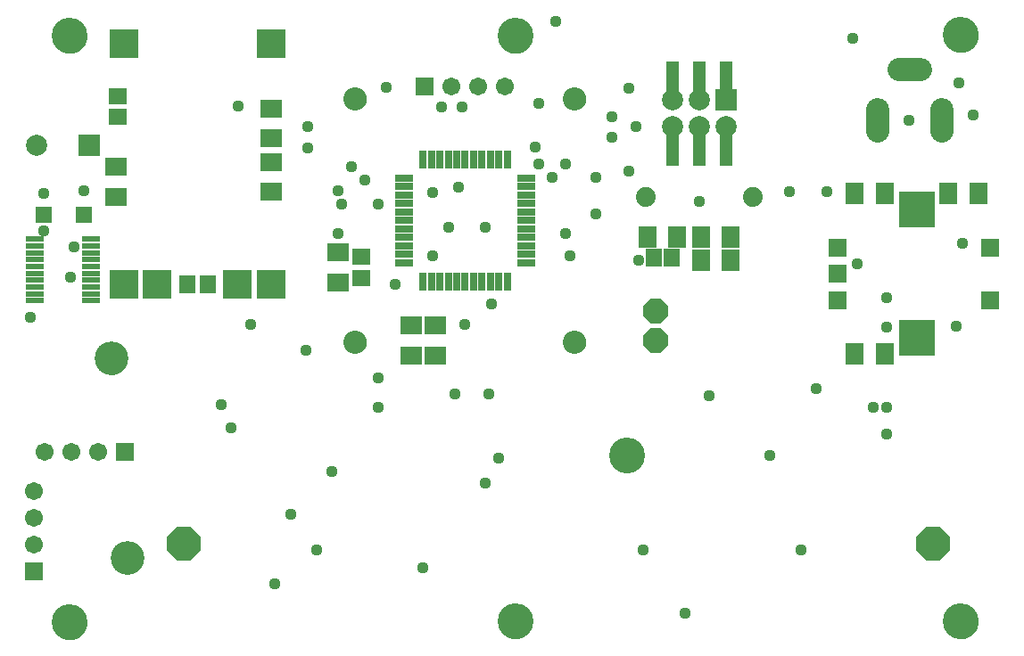
<source format=gts>
G75*
%MOIN*%
%OFA0B0*%
%FSLAX25Y25*%
%IPPOS*%
%LPD*%
%AMOC8*
5,1,8,0,0,1.08239X$1,22.5*
%
%ADD10R,0.06737X0.06737*%
%ADD11C,0.06737*%
%ADD12C,0.00000*%
%ADD13C,0.08674*%
%ADD14C,0.12611*%
%ADD15R,0.10643X0.10643*%
%ADD16R,0.06706X0.02769*%
%ADD17R,0.02769X0.06706*%
%ADD18R,0.05918X0.07099*%
%ADD19R,0.07099X0.05918*%
%ADD20C,0.07887*%
%ADD21R,0.07887X0.07887*%
%ADD22R,0.04737X0.13398*%
%ADD23R,0.07898X0.07099*%
%ADD24R,0.13461X0.13461*%
%ADD25R,0.07099X0.07898*%
%ADD26R,0.06706X0.02178*%
%ADD27R,0.06706X0.05918*%
%ADD28R,0.06312X0.06312*%
%ADD29OC8,0.12611*%
%ADD30C,0.13398*%
%ADD31C,0.08674*%
%ADD32C,0.07400*%
%ADD33R,0.05918X0.06706*%
%ADD34R,0.07099X0.07887*%
%ADD35OC8,0.09300*%
%ADD36C,0.04369*%
D10*
X0033310Y0034537D03*
X0067375Y0079183D03*
X0179560Y0215787D03*
X0333782Y0155630D03*
X0333782Y0145787D03*
X0333782Y0135945D03*
X0390869Y0135945D03*
X0390869Y0155630D03*
D11*
X0209560Y0215787D03*
X0199560Y0215787D03*
X0189560Y0215787D03*
X0057375Y0079183D03*
X0047375Y0079183D03*
X0037375Y0079183D03*
X0033310Y0064537D03*
X0033310Y0054537D03*
X0033310Y0044537D03*
D12*
X0062404Y0039537D02*
X0062406Y0039690D01*
X0062412Y0039844D01*
X0062422Y0039997D01*
X0062436Y0040149D01*
X0062454Y0040302D01*
X0062476Y0040453D01*
X0062501Y0040604D01*
X0062531Y0040755D01*
X0062565Y0040905D01*
X0062602Y0041053D01*
X0062643Y0041201D01*
X0062688Y0041347D01*
X0062737Y0041493D01*
X0062790Y0041637D01*
X0062846Y0041779D01*
X0062906Y0041920D01*
X0062970Y0042060D01*
X0063037Y0042198D01*
X0063108Y0042334D01*
X0063183Y0042468D01*
X0063260Y0042600D01*
X0063342Y0042730D01*
X0063426Y0042858D01*
X0063514Y0042984D01*
X0063605Y0043107D01*
X0063699Y0043228D01*
X0063797Y0043346D01*
X0063897Y0043462D01*
X0064001Y0043575D01*
X0064107Y0043686D01*
X0064216Y0043794D01*
X0064328Y0043899D01*
X0064442Y0044000D01*
X0064560Y0044099D01*
X0064679Y0044195D01*
X0064801Y0044288D01*
X0064926Y0044377D01*
X0065053Y0044464D01*
X0065182Y0044546D01*
X0065313Y0044626D01*
X0065446Y0044702D01*
X0065581Y0044775D01*
X0065718Y0044844D01*
X0065857Y0044909D01*
X0065997Y0044971D01*
X0066139Y0045029D01*
X0066282Y0045084D01*
X0066427Y0045135D01*
X0066573Y0045182D01*
X0066720Y0045225D01*
X0066868Y0045264D01*
X0067017Y0045300D01*
X0067167Y0045331D01*
X0067318Y0045359D01*
X0067469Y0045383D01*
X0067622Y0045403D01*
X0067774Y0045419D01*
X0067927Y0045431D01*
X0068080Y0045439D01*
X0068233Y0045443D01*
X0068387Y0045443D01*
X0068540Y0045439D01*
X0068693Y0045431D01*
X0068846Y0045419D01*
X0068998Y0045403D01*
X0069151Y0045383D01*
X0069302Y0045359D01*
X0069453Y0045331D01*
X0069603Y0045300D01*
X0069752Y0045264D01*
X0069900Y0045225D01*
X0070047Y0045182D01*
X0070193Y0045135D01*
X0070338Y0045084D01*
X0070481Y0045029D01*
X0070623Y0044971D01*
X0070763Y0044909D01*
X0070902Y0044844D01*
X0071039Y0044775D01*
X0071174Y0044702D01*
X0071307Y0044626D01*
X0071438Y0044546D01*
X0071567Y0044464D01*
X0071694Y0044377D01*
X0071819Y0044288D01*
X0071941Y0044195D01*
X0072060Y0044099D01*
X0072178Y0044000D01*
X0072292Y0043899D01*
X0072404Y0043794D01*
X0072513Y0043686D01*
X0072619Y0043575D01*
X0072723Y0043462D01*
X0072823Y0043346D01*
X0072921Y0043228D01*
X0073015Y0043107D01*
X0073106Y0042984D01*
X0073194Y0042858D01*
X0073278Y0042730D01*
X0073360Y0042600D01*
X0073437Y0042468D01*
X0073512Y0042334D01*
X0073583Y0042198D01*
X0073650Y0042060D01*
X0073714Y0041920D01*
X0073774Y0041779D01*
X0073830Y0041637D01*
X0073883Y0041493D01*
X0073932Y0041347D01*
X0073977Y0041201D01*
X0074018Y0041053D01*
X0074055Y0040905D01*
X0074089Y0040755D01*
X0074119Y0040604D01*
X0074144Y0040453D01*
X0074166Y0040302D01*
X0074184Y0040149D01*
X0074198Y0039997D01*
X0074208Y0039844D01*
X0074214Y0039690D01*
X0074216Y0039537D01*
X0074214Y0039384D01*
X0074208Y0039230D01*
X0074198Y0039077D01*
X0074184Y0038925D01*
X0074166Y0038772D01*
X0074144Y0038621D01*
X0074119Y0038470D01*
X0074089Y0038319D01*
X0074055Y0038169D01*
X0074018Y0038021D01*
X0073977Y0037873D01*
X0073932Y0037727D01*
X0073883Y0037581D01*
X0073830Y0037437D01*
X0073774Y0037295D01*
X0073714Y0037154D01*
X0073650Y0037014D01*
X0073583Y0036876D01*
X0073512Y0036740D01*
X0073437Y0036606D01*
X0073360Y0036474D01*
X0073278Y0036344D01*
X0073194Y0036216D01*
X0073106Y0036090D01*
X0073015Y0035967D01*
X0072921Y0035846D01*
X0072823Y0035728D01*
X0072723Y0035612D01*
X0072619Y0035499D01*
X0072513Y0035388D01*
X0072404Y0035280D01*
X0072292Y0035175D01*
X0072178Y0035074D01*
X0072060Y0034975D01*
X0071941Y0034879D01*
X0071819Y0034786D01*
X0071694Y0034697D01*
X0071567Y0034610D01*
X0071438Y0034528D01*
X0071307Y0034448D01*
X0071174Y0034372D01*
X0071039Y0034299D01*
X0070902Y0034230D01*
X0070763Y0034165D01*
X0070623Y0034103D01*
X0070481Y0034045D01*
X0070338Y0033990D01*
X0070193Y0033939D01*
X0070047Y0033892D01*
X0069900Y0033849D01*
X0069752Y0033810D01*
X0069603Y0033774D01*
X0069453Y0033743D01*
X0069302Y0033715D01*
X0069151Y0033691D01*
X0068998Y0033671D01*
X0068846Y0033655D01*
X0068693Y0033643D01*
X0068540Y0033635D01*
X0068387Y0033631D01*
X0068233Y0033631D01*
X0068080Y0033635D01*
X0067927Y0033643D01*
X0067774Y0033655D01*
X0067622Y0033671D01*
X0067469Y0033691D01*
X0067318Y0033715D01*
X0067167Y0033743D01*
X0067017Y0033774D01*
X0066868Y0033810D01*
X0066720Y0033849D01*
X0066573Y0033892D01*
X0066427Y0033939D01*
X0066282Y0033990D01*
X0066139Y0034045D01*
X0065997Y0034103D01*
X0065857Y0034165D01*
X0065718Y0034230D01*
X0065581Y0034299D01*
X0065446Y0034372D01*
X0065313Y0034448D01*
X0065182Y0034528D01*
X0065053Y0034610D01*
X0064926Y0034697D01*
X0064801Y0034786D01*
X0064679Y0034879D01*
X0064560Y0034975D01*
X0064442Y0035074D01*
X0064328Y0035175D01*
X0064216Y0035280D01*
X0064107Y0035388D01*
X0064001Y0035499D01*
X0063897Y0035612D01*
X0063797Y0035728D01*
X0063699Y0035846D01*
X0063605Y0035967D01*
X0063514Y0036090D01*
X0063426Y0036216D01*
X0063342Y0036344D01*
X0063260Y0036474D01*
X0063183Y0036606D01*
X0063108Y0036740D01*
X0063037Y0036876D01*
X0062970Y0037014D01*
X0062906Y0037154D01*
X0062846Y0037295D01*
X0062790Y0037437D01*
X0062737Y0037581D01*
X0062688Y0037727D01*
X0062643Y0037873D01*
X0062602Y0038021D01*
X0062565Y0038169D01*
X0062531Y0038319D01*
X0062501Y0038470D01*
X0062476Y0038621D01*
X0062454Y0038772D01*
X0062436Y0038925D01*
X0062422Y0039077D01*
X0062412Y0039230D01*
X0062406Y0039384D01*
X0062404Y0039537D01*
X0040446Y0015423D02*
X0040448Y0015581D01*
X0040454Y0015739D01*
X0040464Y0015897D01*
X0040478Y0016055D01*
X0040496Y0016212D01*
X0040517Y0016369D01*
X0040543Y0016525D01*
X0040573Y0016681D01*
X0040606Y0016836D01*
X0040644Y0016989D01*
X0040685Y0017142D01*
X0040730Y0017294D01*
X0040779Y0017445D01*
X0040832Y0017594D01*
X0040888Y0017742D01*
X0040948Y0017888D01*
X0041012Y0018033D01*
X0041080Y0018176D01*
X0041151Y0018318D01*
X0041225Y0018458D01*
X0041303Y0018595D01*
X0041385Y0018731D01*
X0041469Y0018865D01*
X0041558Y0018996D01*
X0041649Y0019125D01*
X0041744Y0019252D01*
X0041841Y0019377D01*
X0041942Y0019499D01*
X0042046Y0019618D01*
X0042153Y0019735D01*
X0042263Y0019849D01*
X0042376Y0019960D01*
X0042491Y0020069D01*
X0042609Y0020174D01*
X0042730Y0020276D01*
X0042853Y0020376D01*
X0042979Y0020472D01*
X0043107Y0020565D01*
X0043237Y0020655D01*
X0043370Y0020741D01*
X0043505Y0020825D01*
X0043641Y0020904D01*
X0043780Y0020981D01*
X0043921Y0021053D01*
X0044063Y0021123D01*
X0044207Y0021188D01*
X0044353Y0021250D01*
X0044500Y0021308D01*
X0044649Y0021363D01*
X0044799Y0021414D01*
X0044950Y0021461D01*
X0045102Y0021504D01*
X0045255Y0021543D01*
X0045410Y0021579D01*
X0045565Y0021610D01*
X0045721Y0021638D01*
X0045877Y0021662D01*
X0046034Y0021682D01*
X0046192Y0021698D01*
X0046349Y0021710D01*
X0046508Y0021718D01*
X0046666Y0021722D01*
X0046824Y0021722D01*
X0046982Y0021718D01*
X0047141Y0021710D01*
X0047298Y0021698D01*
X0047456Y0021682D01*
X0047613Y0021662D01*
X0047769Y0021638D01*
X0047925Y0021610D01*
X0048080Y0021579D01*
X0048235Y0021543D01*
X0048388Y0021504D01*
X0048540Y0021461D01*
X0048691Y0021414D01*
X0048841Y0021363D01*
X0048990Y0021308D01*
X0049137Y0021250D01*
X0049283Y0021188D01*
X0049427Y0021123D01*
X0049569Y0021053D01*
X0049710Y0020981D01*
X0049849Y0020904D01*
X0049985Y0020825D01*
X0050120Y0020741D01*
X0050253Y0020655D01*
X0050383Y0020565D01*
X0050511Y0020472D01*
X0050637Y0020376D01*
X0050760Y0020276D01*
X0050881Y0020174D01*
X0050999Y0020069D01*
X0051114Y0019960D01*
X0051227Y0019849D01*
X0051337Y0019735D01*
X0051444Y0019618D01*
X0051548Y0019499D01*
X0051649Y0019377D01*
X0051746Y0019252D01*
X0051841Y0019125D01*
X0051932Y0018996D01*
X0052021Y0018865D01*
X0052105Y0018731D01*
X0052187Y0018595D01*
X0052265Y0018458D01*
X0052339Y0018318D01*
X0052410Y0018176D01*
X0052478Y0018033D01*
X0052542Y0017888D01*
X0052602Y0017742D01*
X0052658Y0017594D01*
X0052711Y0017445D01*
X0052760Y0017294D01*
X0052805Y0017142D01*
X0052846Y0016989D01*
X0052884Y0016836D01*
X0052917Y0016681D01*
X0052947Y0016525D01*
X0052973Y0016369D01*
X0052994Y0016212D01*
X0053012Y0016055D01*
X0053026Y0015897D01*
X0053036Y0015739D01*
X0053042Y0015581D01*
X0053044Y0015423D01*
X0053042Y0015265D01*
X0053036Y0015107D01*
X0053026Y0014949D01*
X0053012Y0014791D01*
X0052994Y0014634D01*
X0052973Y0014477D01*
X0052947Y0014321D01*
X0052917Y0014165D01*
X0052884Y0014010D01*
X0052846Y0013857D01*
X0052805Y0013704D01*
X0052760Y0013552D01*
X0052711Y0013401D01*
X0052658Y0013252D01*
X0052602Y0013104D01*
X0052542Y0012958D01*
X0052478Y0012813D01*
X0052410Y0012670D01*
X0052339Y0012528D01*
X0052265Y0012388D01*
X0052187Y0012251D01*
X0052105Y0012115D01*
X0052021Y0011981D01*
X0051932Y0011850D01*
X0051841Y0011721D01*
X0051746Y0011594D01*
X0051649Y0011469D01*
X0051548Y0011347D01*
X0051444Y0011228D01*
X0051337Y0011111D01*
X0051227Y0010997D01*
X0051114Y0010886D01*
X0050999Y0010777D01*
X0050881Y0010672D01*
X0050760Y0010570D01*
X0050637Y0010470D01*
X0050511Y0010374D01*
X0050383Y0010281D01*
X0050253Y0010191D01*
X0050120Y0010105D01*
X0049985Y0010021D01*
X0049849Y0009942D01*
X0049710Y0009865D01*
X0049569Y0009793D01*
X0049427Y0009723D01*
X0049283Y0009658D01*
X0049137Y0009596D01*
X0048990Y0009538D01*
X0048841Y0009483D01*
X0048691Y0009432D01*
X0048540Y0009385D01*
X0048388Y0009342D01*
X0048235Y0009303D01*
X0048080Y0009267D01*
X0047925Y0009236D01*
X0047769Y0009208D01*
X0047613Y0009184D01*
X0047456Y0009164D01*
X0047298Y0009148D01*
X0047141Y0009136D01*
X0046982Y0009128D01*
X0046824Y0009124D01*
X0046666Y0009124D01*
X0046508Y0009128D01*
X0046349Y0009136D01*
X0046192Y0009148D01*
X0046034Y0009164D01*
X0045877Y0009184D01*
X0045721Y0009208D01*
X0045565Y0009236D01*
X0045410Y0009267D01*
X0045255Y0009303D01*
X0045102Y0009342D01*
X0044950Y0009385D01*
X0044799Y0009432D01*
X0044649Y0009483D01*
X0044500Y0009538D01*
X0044353Y0009596D01*
X0044207Y0009658D01*
X0044063Y0009723D01*
X0043921Y0009793D01*
X0043780Y0009865D01*
X0043641Y0009942D01*
X0043505Y0010021D01*
X0043370Y0010105D01*
X0043237Y0010191D01*
X0043107Y0010281D01*
X0042979Y0010374D01*
X0042853Y0010470D01*
X0042730Y0010570D01*
X0042609Y0010672D01*
X0042491Y0010777D01*
X0042376Y0010886D01*
X0042263Y0010997D01*
X0042153Y0011111D01*
X0042046Y0011228D01*
X0041942Y0011347D01*
X0041841Y0011469D01*
X0041744Y0011594D01*
X0041649Y0011721D01*
X0041558Y0011850D01*
X0041469Y0011981D01*
X0041385Y0012115D01*
X0041303Y0012251D01*
X0041225Y0012388D01*
X0041151Y0012528D01*
X0041080Y0012670D01*
X0041012Y0012813D01*
X0040948Y0012958D01*
X0040888Y0013104D01*
X0040832Y0013252D01*
X0040779Y0013401D01*
X0040730Y0013552D01*
X0040685Y0013704D01*
X0040644Y0013857D01*
X0040606Y0014010D01*
X0040573Y0014165D01*
X0040543Y0014321D01*
X0040517Y0014477D01*
X0040496Y0014634D01*
X0040478Y0014791D01*
X0040464Y0014949D01*
X0040454Y0015107D01*
X0040448Y0015265D01*
X0040446Y0015423D01*
X0056469Y0114183D02*
X0056471Y0114336D01*
X0056477Y0114490D01*
X0056487Y0114643D01*
X0056501Y0114795D01*
X0056519Y0114948D01*
X0056541Y0115099D01*
X0056566Y0115250D01*
X0056596Y0115401D01*
X0056630Y0115551D01*
X0056667Y0115699D01*
X0056708Y0115847D01*
X0056753Y0115993D01*
X0056802Y0116139D01*
X0056855Y0116283D01*
X0056911Y0116425D01*
X0056971Y0116566D01*
X0057035Y0116706D01*
X0057102Y0116844D01*
X0057173Y0116980D01*
X0057248Y0117114D01*
X0057325Y0117246D01*
X0057407Y0117376D01*
X0057491Y0117504D01*
X0057579Y0117630D01*
X0057670Y0117753D01*
X0057764Y0117874D01*
X0057862Y0117992D01*
X0057962Y0118108D01*
X0058066Y0118221D01*
X0058172Y0118332D01*
X0058281Y0118440D01*
X0058393Y0118545D01*
X0058507Y0118646D01*
X0058625Y0118745D01*
X0058744Y0118841D01*
X0058866Y0118934D01*
X0058991Y0119023D01*
X0059118Y0119110D01*
X0059247Y0119192D01*
X0059378Y0119272D01*
X0059511Y0119348D01*
X0059646Y0119421D01*
X0059783Y0119490D01*
X0059922Y0119555D01*
X0060062Y0119617D01*
X0060204Y0119675D01*
X0060347Y0119730D01*
X0060492Y0119781D01*
X0060638Y0119828D01*
X0060785Y0119871D01*
X0060933Y0119910D01*
X0061082Y0119946D01*
X0061232Y0119977D01*
X0061383Y0120005D01*
X0061534Y0120029D01*
X0061687Y0120049D01*
X0061839Y0120065D01*
X0061992Y0120077D01*
X0062145Y0120085D01*
X0062298Y0120089D01*
X0062452Y0120089D01*
X0062605Y0120085D01*
X0062758Y0120077D01*
X0062911Y0120065D01*
X0063063Y0120049D01*
X0063216Y0120029D01*
X0063367Y0120005D01*
X0063518Y0119977D01*
X0063668Y0119946D01*
X0063817Y0119910D01*
X0063965Y0119871D01*
X0064112Y0119828D01*
X0064258Y0119781D01*
X0064403Y0119730D01*
X0064546Y0119675D01*
X0064688Y0119617D01*
X0064828Y0119555D01*
X0064967Y0119490D01*
X0065104Y0119421D01*
X0065239Y0119348D01*
X0065372Y0119272D01*
X0065503Y0119192D01*
X0065632Y0119110D01*
X0065759Y0119023D01*
X0065884Y0118934D01*
X0066006Y0118841D01*
X0066125Y0118745D01*
X0066243Y0118646D01*
X0066357Y0118545D01*
X0066469Y0118440D01*
X0066578Y0118332D01*
X0066684Y0118221D01*
X0066788Y0118108D01*
X0066888Y0117992D01*
X0066986Y0117874D01*
X0067080Y0117753D01*
X0067171Y0117630D01*
X0067259Y0117504D01*
X0067343Y0117376D01*
X0067425Y0117246D01*
X0067502Y0117114D01*
X0067577Y0116980D01*
X0067648Y0116844D01*
X0067715Y0116706D01*
X0067779Y0116566D01*
X0067839Y0116425D01*
X0067895Y0116283D01*
X0067948Y0116139D01*
X0067997Y0115993D01*
X0068042Y0115847D01*
X0068083Y0115699D01*
X0068120Y0115551D01*
X0068154Y0115401D01*
X0068184Y0115250D01*
X0068209Y0115099D01*
X0068231Y0114948D01*
X0068249Y0114795D01*
X0068263Y0114643D01*
X0068273Y0114490D01*
X0068279Y0114336D01*
X0068281Y0114183D01*
X0068279Y0114030D01*
X0068273Y0113876D01*
X0068263Y0113723D01*
X0068249Y0113571D01*
X0068231Y0113418D01*
X0068209Y0113267D01*
X0068184Y0113116D01*
X0068154Y0112965D01*
X0068120Y0112815D01*
X0068083Y0112667D01*
X0068042Y0112519D01*
X0067997Y0112373D01*
X0067948Y0112227D01*
X0067895Y0112083D01*
X0067839Y0111941D01*
X0067779Y0111800D01*
X0067715Y0111660D01*
X0067648Y0111522D01*
X0067577Y0111386D01*
X0067502Y0111252D01*
X0067425Y0111120D01*
X0067343Y0110990D01*
X0067259Y0110862D01*
X0067171Y0110736D01*
X0067080Y0110613D01*
X0066986Y0110492D01*
X0066888Y0110374D01*
X0066788Y0110258D01*
X0066684Y0110145D01*
X0066578Y0110034D01*
X0066469Y0109926D01*
X0066357Y0109821D01*
X0066243Y0109720D01*
X0066125Y0109621D01*
X0066006Y0109525D01*
X0065884Y0109432D01*
X0065759Y0109343D01*
X0065632Y0109256D01*
X0065503Y0109174D01*
X0065372Y0109094D01*
X0065239Y0109018D01*
X0065104Y0108945D01*
X0064967Y0108876D01*
X0064828Y0108811D01*
X0064688Y0108749D01*
X0064546Y0108691D01*
X0064403Y0108636D01*
X0064258Y0108585D01*
X0064112Y0108538D01*
X0063965Y0108495D01*
X0063817Y0108456D01*
X0063668Y0108420D01*
X0063518Y0108389D01*
X0063367Y0108361D01*
X0063216Y0108337D01*
X0063063Y0108317D01*
X0062911Y0108301D01*
X0062758Y0108289D01*
X0062605Y0108281D01*
X0062452Y0108277D01*
X0062298Y0108277D01*
X0062145Y0108281D01*
X0061992Y0108289D01*
X0061839Y0108301D01*
X0061687Y0108317D01*
X0061534Y0108337D01*
X0061383Y0108361D01*
X0061232Y0108389D01*
X0061082Y0108420D01*
X0060933Y0108456D01*
X0060785Y0108495D01*
X0060638Y0108538D01*
X0060492Y0108585D01*
X0060347Y0108636D01*
X0060204Y0108691D01*
X0060062Y0108749D01*
X0059922Y0108811D01*
X0059783Y0108876D01*
X0059646Y0108945D01*
X0059511Y0109018D01*
X0059378Y0109094D01*
X0059247Y0109174D01*
X0059118Y0109256D01*
X0058991Y0109343D01*
X0058866Y0109432D01*
X0058744Y0109525D01*
X0058625Y0109621D01*
X0058507Y0109720D01*
X0058393Y0109821D01*
X0058281Y0109926D01*
X0058172Y0110034D01*
X0058066Y0110145D01*
X0057962Y0110258D01*
X0057862Y0110374D01*
X0057764Y0110492D01*
X0057670Y0110613D01*
X0057579Y0110736D01*
X0057491Y0110862D01*
X0057407Y0110990D01*
X0057325Y0111120D01*
X0057248Y0111252D01*
X0057173Y0111386D01*
X0057102Y0111522D01*
X0057035Y0111660D01*
X0056971Y0111800D01*
X0056911Y0111941D01*
X0056855Y0112083D01*
X0056802Y0112227D01*
X0056753Y0112373D01*
X0056708Y0112519D01*
X0056667Y0112667D01*
X0056630Y0112815D01*
X0056596Y0112965D01*
X0056566Y0113116D01*
X0056541Y0113267D01*
X0056519Y0113418D01*
X0056501Y0113571D01*
X0056487Y0113723D01*
X0056477Y0113876D01*
X0056471Y0114030D01*
X0056469Y0114183D01*
X0149623Y0120287D02*
X0149625Y0120412D01*
X0149631Y0120537D01*
X0149641Y0120661D01*
X0149655Y0120785D01*
X0149672Y0120909D01*
X0149694Y0121032D01*
X0149720Y0121154D01*
X0149749Y0121276D01*
X0149782Y0121396D01*
X0149820Y0121515D01*
X0149860Y0121634D01*
X0149905Y0121750D01*
X0149953Y0121865D01*
X0150005Y0121979D01*
X0150061Y0122091D01*
X0150120Y0122201D01*
X0150182Y0122309D01*
X0150248Y0122416D01*
X0150317Y0122520D01*
X0150390Y0122621D01*
X0150465Y0122721D01*
X0150544Y0122818D01*
X0150626Y0122912D01*
X0150711Y0123004D01*
X0150798Y0123093D01*
X0150889Y0123179D01*
X0150982Y0123262D01*
X0151078Y0123343D01*
X0151176Y0123420D01*
X0151276Y0123494D01*
X0151379Y0123565D01*
X0151484Y0123632D01*
X0151592Y0123697D01*
X0151701Y0123757D01*
X0151812Y0123815D01*
X0151925Y0123868D01*
X0152039Y0123918D01*
X0152155Y0123965D01*
X0152272Y0124007D01*
X0152391Y0124046D01*
X0152511Y0124082D01*
X0152632Y0124113D01*
X0152754Y0124141D01*
X0152876Y0124164D01*
X0153000Y0124184D01*
X0153124Y0124200D01*
X0153248Y0124212D01*
X0153373Y0124220D01*
X0153498Y0124224D01*
X0153622Y0124224D01*
X0153747Y0124220D01*
X0153872Y0124212D01*
X0153996Y0124200D01*
X0154120Y0124184D01*
X0154244Y0124164D01*
X0154366Y0124141D01*
X0154488Y0124113D01*
X0154609Y0124082D01*
X0154729Y0124046D01*
X0154848Y0124007D01*
X0154965Y0123965D01*
X0155081Y0123918D01*
X0155195Y0123868D01*
X0155308Y0123815D01*
X0155419Y0123757D01*
X0155529Y0123697D01*
X0155636Y0123632D01*
X0155741Y0123565D01*
X0155844Y0123494D01*
X0155944Y0123420D01*
X0156042Y0123343D01*
X0156138Y0123262D01*
X0156231Y0123179D01*
X0156322Y0123093D01*
X0156409Y0123004D01*
X0156494Y0122912D01*
X0156576Y0122818D01*
X0156655Y0122721D01*
X0156730Y0122621D01*
X0156803Y0122520D01*
X0156872Y0122416D01*
X0156938Y0122309D01*
X0157000Y0122201D01*
X0157059Y0122091D01*
X0157115Y0121979D01*
X0157167Y0121865D01*
X0157215Y0121750D01*
X0157260Y0121634D01*
X0157300Y0121515D01*
X0157338Y0121396D01*
X0157371Y0121276D01*
X0157400Y0121154D01*
X0157426Y0121032D01*
X0157448Y0120909D01*
X0157465Y0120785D01*
X0157479Y0120661D01*
X0157489Y0120537D01*
X0157495Y0120412D01*
X0157497Y0120287D01*
X0157495Y0120162D01*
X0157489Y0120037D01*
X0157479Y0119913D01*
X0157465Y0119789D01*
X0157448Y0119665D01*
X0157426Y0119542D01*
X0157400Y0119420D01*
X0157371Y0119298D01*
X0157338Y0119178D01*
X0157300Y0119059D01*
X0157260Y0118940D01*
X0157215Y0118824D01*
X0157167Y0118709D01*
X0157115Y0118595D01*
X0157059Y0118483D01*
X0157000Y0118373D01*
X0156938Y0118265D01*
X0156872Y0118158D01*
X0156803Y0118054D01*
X0156730Y0117953D01*
X0156655Y0117853D01*
X0156576Y0117756D01*
X0156494Y0117662D01*
X0156409Y0117570D01*
X0156322Y0117481D01*
X0156231Y0117395D01*
X0156138Y0117312D01*
X0156042Y0117231D01*
X0155944Y0117154D01*
X0155844Y0117080D01*
X0155741Y0117009D01*
X0155636Y0116942D01*
X0155528Y0116877D01*
X0155419Y0116817D01*
X0155308Y0116759D01*
X0155195Y0116706D01*
X0155081Y0116656D01*
X0154965Y0116609D01*
X0154848Y0116567D01*
X0154729Y0116528D01*
X0154609Y0116492D01*
X0154488Y0116461D01*
X0154366Y0116433D01*
X0154244Y0116410D01*
X0154120Y0116390D01*
X0153996Y0116374D01*
X0153872Y0116362D01*
X0153747Y0116354D01*
X0153622Y0116350D01*
X0153498Y0116350D01*
X0153373Y0116354D01*
X0153248Y0116362D01*
X0153124Y0116374D01*
X0153000Y0116390D01*
X0152876Y0116410D01*
X0152754Y0116433D01*
X0152632Y0116461D01*
X0152511Y0116492D01*
X0152391Y0116528D01*
X0152272Y0116567D01*
X0152155Y0116609D01*
X0152039Y0116656D01*
X0151925Y0116706D01*
X0151812Y0116759D01*
X0151701Y0116817D01*
X0151591Y0116877D01*
X0151484Y0116942D01*
X0151379Y0117009D01*
X0151276Y0117080D01*
X0151176Y0117154D01*
X0151078Y0117231D01*
X0150982Y0117312D01*
X0150889Y0117395D01*
X0150798Y0117481D01*
X0150711Y0117570D01*
X0150626Y0117662D01*
X0150544Y0117756D01*
X0150465Y0117853D01*
X0150390Y0117953D01*
X0150317Y0118054D01*
X0150248Y0118158D01*
X0150182Y0118265D01*
X0150120Y0118373D01*
X0150061Y0118483D01*
X0150005Y0118595D01*
X0149953Y0118709D01*
X0149905Y0118824D01*
X0149860Y0118940D01*
X0149820Y0119059D01*
X0149782Y0119178D01*
X0149749Y0119298D01*
X0149720Y0119420D01*
X0149694Y0119542D01*
X0149672Y0119665D01*
X0149655Y0119789D01*
X0149641Y0119913D01*
X0149631Y0120037D01*
X0149625Y0120162D01*
X0149623Y0120287D01*
X0231623Y0120287D02*
X0231625Y0120412D01*
X0231631Y0120537D01*
X0231641Y0120661D01*
X0231655Y0120785D01*
X0231672Y0120909D01*
X0231694Y0121032D01*
X0231720Y0121154D01*
X0231749Y0121276D01*
X0231782Y0121396D01*
X0231820Y0121515D01*
X0231860Y0121634D01*
X0231905Y0121750D01*
X0231953Y0121865D01*
X0232005Y0121979D01*
X0232061Y0122091D01*
X0232120Y0122201D01*
X0232182Y0122309D01*
X0232248Y0122416D01*
X0232317Y0122520D01*
X0232390Y0122621D01*
X0232465Y0122721D01*
X0232544Y0122818D01*
X0232626Y0122912D01*
X0232711Y0123004D01*
X0232798Y0123093D01*
X0232889Y0123179D01*
X0232982Y0123262D01*
X0233078Y0123343D01*
X0233176Y0123420D01*
X0233276Y0123494D01*
X0233379Y0123565D01*
X0233484Y0123632D01*
X0233592Y0123697D01*
X0233701Y0123757D01*
X0233812Y0123815D01*
X0233925Y0123868D01*
X0234039Y0123918D01*
X0234155Y0123965D01*
X0234272Y0124007D01*
X0234391Y0124046D01*
X0234511Y0124082D01*
X0234632Y0124113D01*
X0234754Y0124141D01*
X0234876Y0124164D01*
X0235000Y0124184D01*
X0235124Y0124200D01*
X0235248Y0124212D01*
X0235373Y0124220D01*
X0235498Y0124224D01*
X0235622Y0124224D01*
X0235747Y0124220D01*
X0235872Y0124212D01*
X0235996Y0124200D01*
X0236120Y0124184D01*
X0236244Y0124164D01*
X0236366Y0124141D01*
X0236488Y0124113D01*
X0236609Y0124082D01*
X0236729Y0124046D01*
X0236848Y0124007D01*
X0236965Y0123965D01*
X0237081Y0123918D01*
X0237195Y0123868D01*
X0237308Y0123815D01*
X0237419Y0123757D01*
X0237529Y0123697D01*
X0237636Y0123632D01*
X0237741Y0123565D01*
X0237844Y0123494D01*
X0237944Y0123420D01*
X0238042Y0123343D01*
X0238138Y0123262D01*
X0238231Y0123179D01*
X0238322Y0123093D01*
X0238409Y0123004D01*
X0238494Y0122912D01*
X0238576Y0122818D01*
X0238655Y0122721D01*
X0238730Y0122621D01*
X0238803Y0122520D01*
X0238872Y0122416D01*
X0238938Y0122309D01*
X0239000Y0122201D01*
X0239059Y0122091D01*
X0239115Y0121979D01*
X0239167Y0121865D01*
X0239215Y0121750D01*
X0239260Y0121634D01*
X0239300Y0121515D01*
X0239338Y0121396D01*
X0239371Y0121276D01*
X0239400Y0121154D01*
X0239426Y0121032D01*
X0239448Y0120909D01*
X0239465Y0120785D01*
X0239479Y0120661D01*
X0239489Y0120537D01*
X0239495Y0120412D01*
X0239497Y0120287D01*
X0239495Y0120162D01*
X0239489Y0120037D01*
X0239479Y0119913D01*
X0239465Y0119789D01*
X0239448Y0119665D01*
X0239426Y0119542D01*
X0239400Y0119420D01*
X0239371Y0119298D01*
X0239338Y0119178D01*
X0239300Y0119059D01*
X0239260Y0118940D01*
X0239215Y0118824D01*
X0239167Y0118709D01*
X0239115Y0118595D01*
X0239059Y0118483D01*
X0239000Y0118373D01*
X0238938Y0118265D01*
X0238872Y0118158D01*
X0238803Y0118054D01*
X0238730Y0117953D01*
X0238655Y0117853D01*
X0238576Y0117756D01*
X0238494Y0117662D01*
X0238409Y0117570D01*
X0238322Y0117481D01*
X0238231Y0117395D01*
X0238138Y0117312D01*
X0238042Y0117231D01*
X0237944Y0117154D01*
X0237844Y0117080D01*
X0237741Y0117009D01*
X0237636Y0116942D01*
X0237528Y0116877D01*
X0237419Y0116817D01*
X0237308Y0116759D01*
X0237195Y0116706D01*
X0237081Y0116656D01*
X0236965Y0116609D01*
X0236848Y0116567D01*
X0236729Y0116528D01*
X0236609Y0116492D01*
X0236488Y0116461D01*
X0236366Y0116433D01*
X0236244Y0116410D01*
X0236120Y0116390D01*
X0235996Y0116374D01*
X0235872Y0116362D01*
X0235747Y0116354D01*
X0235622Y0116350D01*
X0235498Y0116350D01*
X0235373Y0116354D01*
X0235248Y0116362D01*
X0235124Y0116374D01*
X0235000Y0116390D01*
X0234876Y0116410D01*
X0234754Y0116433D01*
X0234632Y0116461D01*
X0234511Y0116492D01*
X0234391Y0116528D01*
X0234272Y0116567D01*
X0234155Y0116609D01*
X0234039Y0116656D01*
X0233925Y0116706D01*
X0233812Y0116759D01*
X0233701Y0116817D01*
X0233591Y0116877D01*
X0233484Y0116942D01*
X0233379Y0117009D01*
X0233276Y0117080D01*
X0233176Y0117154D01*
X0233078Y0117231D01*
X0232982Y0117312D01*
X0232889Y0117395D01*
X0232798Y0117481D01*
X0232711Y0117570D01*
X0232626Y0117662D01*
X0232544Y0117756D01*
X0232465Y0117853D01*
X0232390Y0117953D01*
X0232317Y0118054D01*
X0232248Y0118158D01*
X0232182Y0118265D01*
X0232120Y0118373D01*
X0232061Y0118483D01*
X0232005Y0118595D01*
X0231953Y0118709D01*
X0231905Y0118824D01*
X0231860Y0118940D01*
X0231820Y0119059D01*
X0231782Y0119178D01*
X0231749Y0119298D01*
X0231720Y0119420D01*
X0231694Y0119542D01*
X0231672Y0119665D01*
X0231655Y0119789D01*
X0231641Y0119913D01*
X0231631Y0120037D01*
X0231625Y0120162D01*
X0231623Y0120287D01*
X0248714Y0078022D02*
X0248716Y0078180D01*
X0248722Y0078338D01*
X0248732Y0078496D01*
X0248746Y0078654D01*
X0248764Y0078811D01*
X0248785Y0078968D01*
X0248811Y0079124D01*
X0248841Y0079280D01*
X0248874Y0079435D01*
X0248912Y0079588D01*
X0248953Y0079741D01*
X0248998Y0079893D01*
X0249047Y0080044D01*
X0249100Y0080193D01*
X0249156Y0080341D01*
X0249216Y0080487D01*
X0249280Y0080632D01*
X0249348Y0080775D01*
X0249419Y0080917D01*
X0249493Y0081057D01*
X0249571Y0081194D01*
X0249653Y0081330D01*
X0249737Y0081464D01*
X0249826Y0081595D01*
X0249917Y0081724D01*
X0250012Y0081851D01*
X0250109Y0081976D01*
X0250210Y0082098D01*
X0250314Y0082217D01*
X0250421Y0082334D01*
X0250531Y0082448D01*
X0250644Y0082559D01*
X0250759Y0082668D01*
X0250877Y0082773D01*
X0250998Y0082875D01*
X0251121Y0082975D01*
X0251247Y0083071D01*
X0251375Y0083164D01*
X0251505Y0083254D01*
X0251638Y0083340D01*
X0251773Y0083424D01*
X0251909Y0083503D01*
X0252048Y0083580D01*
X0252189Y0083652D01*
X0252331Y0083722D01*
X0252475Y0083787D01*
X0252621Y0083849D01*
X0252768Y0083907D01*
X0252917Y0083962D01*
X0253067Y0084013D01*
X0253218Y0084060D01*
X0253370Y0084103D01*
X0253523Y0084142D01*
X0253678Y0084178D01*
X0253833Y0084209D01*
X0253989Y0084237D01*
X0254145Y0084261D01*
X0254302Y0084281D01*
X0254460Y0084297D01*
X0254617Y0084309D01*
X0254776Y0084317D01*
X0254934Y0084321D01*
X0255092Y0084321D01*
X0255250Y0084317D01*
X0255409Y0084309D01*
X0255566Y0084297D01*
X0255724Y0084281D01*
X0255881Y0084261D01*
X0256037Y0084237D01*
X0256193Y0084209D01*
X0256348Y0084178D01*
X0256503Y0084142D01*
X0256656Y0084103D01*
X0256808Y0084060D01*
X0256959Y0084013D01*
X0257109Y0083962D01*
X0257258Y0083907D01*
X0257405Y0083849D01*
X0257551Y0083787D01*
X0257695Y0083722D01*
X0257837Y0083652D01*
X0257978Y0083580D01*
X0258117Y0083503D01*
X0258253Y0083424D01*
X0258388Y0083340D01*
X0258521Y0083254D01*
X0258651Y0083164D01*
X0258779Y0083071D01*
X0258905Y0082975D01*
X0259028Y0082875D01*
X0259149Y0082773D01*
X0259267Y0082668D01*
X0259382Y0082559D01*
X0259495Y0082448D01*
X0259605Y0082334D01*
X0259712Y0082217D01*
X0259816Y0082098D01*
X0259917Y0081976D01*
X0260014Y0081851D01*
X0260109Y0081724D01*
X0260200Y0081595D01*
X0260289Y0081464D01*
X0260373Y0081330D01*
X0260455Y0081194D01*
X0260533Y0081057D01*
X0260607Y0080917D01*
X0260678Y0080775D01*
X0260746Y0080632D01*
X0260810Y0080487D01*
X0260870Y0080341D01*
X0260926Y0080193D01*
X0260979Y0080044D01*
X0261028Y0079893D01*
X0261073Y0079741D01*
X0261114Y0079588D01*
X0261152Y0079435D01*
X0261185Y0079280D01*
X0261215Y0079124D01*
X0261241Y0078968D01*
X0261262Y0078811D01*
X0261280Y0078654D01*
X0261294Y0078496D01*
X0261304Y0078338D01*
X0261310Y0078180D01*
X0261312Y0078022D01*
X0261310Y0077864D01*
X0261304Y0077706D01*
X0261294Y0077548D01*
X0261280Y0077390D01*
X0261262Y0077233D01*
X0261241Y0077076D01*
X0261215Y0076920D01*
X0261185Y0076764D01*
X0261152Y0076609D01*
X0261114Y0076456D01*
X0261073Y0076303D01*
X0261028Y0076151D01*
X0260979Y0076000D01*
X0260926Y0075851D01*
X0260870Y0075703D01*
X0260810Y0075557D01*
X0260746Y0075412D01*
X0260678Y0075269D01*
X0260607Y0075127D01*
X0260533Y0074987D01*
X0260455Y0074850D01*
X0260373Y0074714D01*
X0260289Y0074580D01*
X0260200Y0074449D01*
X0260109Y0074320D01*
X0260014Y0074193D01*
X0259917Y0074068D01*
X0259816Y0073946D01*
X0259712Y0073827D01*
X0259605Y0073710D01*
X0259495Y0073596D01*
X0259382Y0073485D01*
X0259267Y0073376D01*
X0259149Y0073271D01*
X0259028Y0073169D01*
X0258905Y0073069D01*
X0258779Y0072973D01*
X0258651Y0072880D01*
X0258521Y0072790D01*
X0258388Y0072704D01*
X0258253Y0072620D01*
X0258117Y0072541D01*
X0257978Y0072464D01*
X0257837Y0072392D01*
X0257695Y0072322D01*
X0257551Y0072257D01*
X0257405Y0072195D01*
X0257258Y0072137D01*
X0257109Y0072082D01*
X0256959Y0072031D01*
X0256808Y0071984D01*
X0256656Y0071941D01*
X0256503Y0071902D01*
X0256348Y0071866D01*
X0256193Y0071835D01*
X0256037Y0071807D01*
X0255881Y0071783D01*
X0255724Y0071763D01*
X0255566Y0071747D01*
X0255409Y0071735D01*
X0255250Y0071727D01*
X0255092Y0071723D01*
X0254934Y0071723D01*
X0254776Y0071727D01*
X0254617Y0071735D01*
X0254460Y0071747D01*
X0254302Y0071763D01*
X0254145Y0071783D01*
X0253989Y0071807D01*
X0253833Y0071835D01*
X0253678Y0071866D01*
X0253523Y0071902D01*
X0253370Y0071941D01*
X0253218Y0071984D01*
X0253067Y0072031D01*
X0252917Y0072082D01*
X0252768Y0072137D01*
X0252621Y0072195D01*
X0252475Y0072257D01*
X0252331Y0072322D01*
X0252189Y0072392D01*
X0252048Y0072464D01*
X0251909Y0072541D01*
X0251773Y0072620D01*
X0251638Y0072704D01*
X0251505Y0072790D01*
X0251375Y0072880D01*
X0251247Y0072973D01*
X0251121Y0073069D01*
X0250998Y0073169D01*
X0250877Y0073271D01*
X0250759Y0073376D01*
X0250644Y0073485D01*
X0250531Y0073596D01*
X0250421Y0073710D01*
X0250314Y0073827D01*
X0250210Y0073946D01*
X0250109Y0074068D01*
X0250012Y0074193D01*
X0249917Y0074320D01*
X0249826Y0074449D01*
X0249737Y0074580D01*
X0249653Y0074714D01*
X0249571Y0074850D01*
X0249493Y0074987D01*
X0249419Y0075127D01*
X0249348Y0075269D01*
X0249280Y0075412D01*
X0249216Y0075557D01*
X0249156Y0075703D01*
X0249100Y0075851D01*
X0249047Y0076000D01*
X0248998Y0076151D01*
X0248953Y0076303D01*
X0248912Y0076456D01*
X0248874Y0076609D01*
X0248841Y0076764D01*
X0248811Y0076920D01*
X0248785Y0077076D01*
X0248764Y0077233D01*
X0248746Y0077390D01*
X0248732Y0077548D01*
X0248722Y0077706D01*
X0248716Y0077864D01*
X0248714Y0078022D01*
X0206981Y0015817D02*
X0206983Y0015975D01*
X0206989Y0016133D01*
X0206999Y0016291D01*
X0207013Y0016449D01*
X0207031Y0016606D01*
X0207052Y0016763D01*
X0207078Y0016919D01*
X0207108Y0017075D01*
X0207141Y0017230D01*
X0207179Y0017383D01*
X0207220Y0017536D01*
X0207265Y0017688D01*
X0207314Y0017839D01*
X0207367Y0017988D01*
X0207423Y0018136D01*
X0207483Y0018282D01*
X0207547Y0018427D01*
X0207615Y0018570D01*
X0207686Y0018712D01*
X0207760Y0018852D01*
X0207838Y0018989D01*
X0207920Y0019125D01*
X0208004Y0019259D01*
X0208093Y0019390D01*
X0208184Y0019519D01*
X0208279Y0019646D01*
X0208376Y0019771D01*
X0208477Y0019893D01*
X0208581Y0020012D01*
X0208688Y0020129D01*
X0208798Y0020243D01*
X0208911Y0020354D01*
X0209026Y0020463D01*
X0209144Y0020568D01*
X0209265Y0020670D01*
X0209388Y0020770D01*
X0209514Y0020866D01*
X0209642Y0020959D01*
X0209772Y0021049D01*
X0209905Y0021135D01*
X0210040Y0021219D01*
X0210176Y0021298D01*
X0210315Y0021375D01*
X0210456Y0021447D01*
X0210598Y0021517D01*
X0210742Y0021582D01*
X0210888Y0021644D01*
X0211035Y0021702D01*
X0211184Y0021757D01*
X0211334Y0021808D01*
X0211485Y0021855D01*
X0211637Y0021898D01*
X0211790Y0021937D01*
X0211945Y0021973D01*
X0212100Y0022004D01*
X0212256Y0022032D01*
X0212412Y0022056D01*
X0212569Y0022076D01*
X0212727Y0022092D01*
X0212884Y0022104D01*
X0213043Y0022112D01*
X0213201Y0022116D01*
X0213359Y0022116D01*
X0213517Y0022112D01*
X0213676Y0022104D01*
X0213833Y0022092D01*
X0213991Y0022076D01*
X0214148Y0022056D01*
X0214304Y0022032D01*
X0214460Y0022004D01*
X0214615Y0021973D01*
X0214770Y0021937D01*
X0214923Y0021898D01*
X0215075Y0021855D01*
X0215226Y0021808D01*
X0215376Y0021757D01*
X0215525Y0021702D01*
X0215672Y0021644D01*
X0215818Y0021582D01*
X0215962Y0021517D01*
X0216104Y0021447D01*
X0216245Y0021375D01*
X0216384Y0021298D01*
X0216520Y0021219D01*
X0216655Y0021135D01*
X0216788Y0021049D01*
X0216918Y0020959D01*
X0217046Y0020866D01*
X0217172Y0020770D01*
X0217295Y0020670D01*
X0217416Y0020568D01*
X0217534Y0020463D01*
X0217649Y0020354D01*
X0217762Y0020243D01*
X0217872Y0020129D01*
X0217979Y0020012D01*
X0218083Y0019893D01*
X0218184Y0019771D01*
X0218281Y0019646D01*
X0218376Y0019519D01*
X0218467Y0019390D01*
X0218556Y0019259D01*
X0218640Y0019125D01*
X0218722Y0018989D01*
X0218800Y0018852D01*
X0218874Y0018712D01*
X0218945Y0018570D01*
X0219013Y0018427D01*
X0219077Y0018282D01*
X0219137Y0018136D01*
X0219193Y0017988D01*
X0219246Y0017839D01*
X0219295Y0017688D01*
X0219340Y0017536D01*
X0219381Y0017383D01*
X0219419Y0017230D01*
X0219452Y0017075D01*
X0219482Y0016919D01*
X0219508Y0016763D01*
X0219529Y0016606D01*
X0219547Y0016449D01*
X0219561Y0016291D01*
X0219571Y0016133D01*
X0219577Y0015975D01*
X0219579Y0015817D01*
X0219577Y0015659D01*
X0219571Y0015501D01*
X0219561Y0015343D01*
X0219547Y0015185D01*
X0219529Y0015028D01*
X0219508Y0014871D01*
X0219482Y0014715D01*
X0219452Y0014559D01*
X0219419Y0014404D01*
X0219381Y0014251D01*
X0219340Y0014098D01*
X0219295Y0013946D01*
X0219246Y0013795D01*
X0219193Y0013646D01*
X0219137Y0013498D01*
X0219077Y0013352D01*
X0219013Y0013207D01*
X0218945Y0013064D01*
X0218874Y0012922D01*
X0218800Y0012782D01*
X0218722Y0012645D01*
X0218640Y0012509D01*
X0218556Y0012375D01*
X0218467Y0012244D01*
X0218376Y0012115D01*
X0218281Y0011988D01*
X0218184Y0011863D01*
X0218083Y0011741D01*
X0217979Y0011622D01*
X0217872Y0011505D01*
X0217762Y0011391D01*
X0217649Y0011280D01*
X0217534Y0011171D01*
X0217416Y0011066D01*
X0217295Y0010964D01*
X0217172Y0010864D01*
X0217046Y0010768D01*
X0216918Y0010675D01*
X0216788Y0010585D01*
X0216655Y0010499D01*
X0216520Y0010415D01*
X0216384Y0010336D01*
X0216245Y0010259D01*
X0216104Y0010187D01*
X0215962Y0010117D01*
X0215818Y0010052D01*
X0215672Y0009990D01*
X0215525Y0009932D01*
X0215376Y0009877D01*
X0215226Y0009826D01*
X0215075Y0009779D01*
X0214923Y0009736D01*
X0214770Y0009697D01*
X0214615Y0009661D01*
X0214460Y0009630D01*
X0214304Y0009602D01*
X0214148Y0009578D01*
X0213991Y0009558D01*
X0213833Y0009542D01*
X0213676Y0009530D01*
X0213517Y0009522D01*
X0213359Y0009518D01*
X0213201Y0009518D01*
X0213043Y0009522D01*
X0212884Y0009530D01*
X0212727Y0009542D01*
X0212569Y0009558D01*
X0212412Y0009578D01*
X0212256Y0009602D01*
X0212100Y0009630D01*
X0211945Y0009661D01*
X0211790Y0009697D01*
X0211637Y0009736D01*
X0211485Y0009779D01*
X0211334Y0009826D01*
X0211184Y0009877D01*
X0211035Y0009932D01*
X0210888Y0009990D01*
X0210742Y0010052D01*
X0210598Y0010117D01*
X0210456Y0010187D01*
X0210315Y0010259D01*
X0210176Y0010336D01*
X0210040Y0010415D01*
X0209905Y0010499D01*
X0209772Y0010585D01*
X0209642Y0010675D01*
X0209514Y0010768D01*
X0209388Y0010864D01*
X0209265Y0010964D01*
X0209144Y0011066D01*
X0209026Y0011171D01*
X0208911Y0011280D01*
X0208798Y0011391D01*
X0208688Y0011505D01*
X0208581Y0011622D01*
X0208477Y0011741D01*
X0208376Y0011863D01*
X0208279Y0011988D01*
X0208184Y0012115D01*
X0208093Y0012244D01*
X0208004Y0012375D01*
X0207920Y0012509D01*
X0207838Y0012645D01*
X0207760Y0012782D01*
X0207686Y0012922D01*
X0207615Y0013064D01*
X0207547Y0013207D01*
X0207483Y0013352D01*
X0207423Y0013498D01*
X0207367Y0013646D01*
X0207314Y0013795D01*
X0207265Y0013946D01*
X0207220Y0014098D01*
X0207179Y0014251D01*
X0207141Y0014404D01*
X0207108Y0014559D01*
X0207078Y0014715D01*
X0207052Y0014871D01*
X0207031Y0015028D01*
X0207013Y0015185D01*
X0206999Y0015343D01*
X0206989Y0015501D01*
X0206983Y0015659D01*
X0206981Y0015817D01*
X0373517Y0015817D02*
X0373519Y0015975D01*
X0373525Y0016133D01*
X0373535Y0016291D01*
X0373549Y0016449D01*
X0373567Y0016606D01*
X0373588Y0016763D01*
X0373614Y0016919D01*
X0373644Y0017075D01*
X0373677Y0017230D01*
X0373715Y0017383D01*
X0373756Y0017536D01*
X0373801Y0017688D01*
X0373850Y0017839D01*
X0373903Y0017988D01*
X0373959Y0018136D01*
X0374019Y0018282D01*
X0374083Y0018427D01*
X0374151Y0018570D01*
X0374222Y0018712D01*
X0374296Y0018852D01*
X0374374Y0018989D01*
X0374456Y0019125D01*
X0374540Y0019259D01*
X0374629Y0019390D01*
X0374720Y0019519D01*
X0374815Y0019646D01*
X0374912Y0019771D01*
X0375013Y0019893D01*
X0375117Y0020012D01*
X0375224Y0020129D01*
X0375334Y0020243D01*
X0375447Y0020354D01*
X0375562Y0020463D01*
X0375680Y0020568D01*
X0375801Y0020670D01*
X0375924Y0020770D01*
X0376050Y0020866D01*
X0376178Y0020959D01*
X0376308Y0021049D01*
X0376441Y0021135D01*
X0376576Y0021219D01*
X0376712Y0021298D01*
X0376851Y0021375D01*
X0376992Y0021447D01*
X0377134Y0021517D01*
X0377278Y0021582D01*
X0377424Y0021644D01*
X0377571Y0021702D01*
X0377720Y0021757D01*
X0377870Y0021808D01*
X0378021Y0021855D01*
X0378173Y0021898D01*
X0378326Y0021937D01*
X0378481Y0021973D01*
X0378636Y0022004D01*
X0378792Y0022032D01*
X0378948Y0022056D01*
X0379105Y0022076D01*
X0379263Y0022092D01*
X0379420Y0022104D01*
X0379579Y0022112D01*
X0379737Y0022116D01*
X0379895Y0022116D01*
X0380053Y0022112D01*
X0380212Y0022104D01*
X0380369Y0022092D01*
X0380527Y0022076D01*
X0380684Y0022056D01*
X0380840Y0022032D01*
X0380996Y0022004D01*
X0381151Y0021973D01*
X0381306Y0021937D01*
X0381459Y0021898D01*
X0381611Y0021855D01*
X0381762Y0021808D01*
X0381912Y0021757D01*
X0382061Y0021702D01*
X0382208Y0021644D01*
X0382354Y0021582D01*
X0382498Y0021517D01*
X0382640Y0021447D01*
X0382781Y0021375D01*
X0382920Y0021298D01*
X0383056Y0021219D01*
X0383191Y0021135D01*
X0383324Y0021049D01*
X0383454Y0020959D01*
X0383582Y0020866D01*
X0383708Y0020770D01*
X0383831Y0020670D01*
X0383952Y0020568D01*
X0384070Y0020463D01*
X0384185Y0020354D01*
X0384298Y0020243D01*
X0384408Y0020129D01*
X0384515Y0020012D01*
X0384619Y0019893D01*
X0384720Y0019771D01*
X0384817Y0019646D01*
X0384912Y0019519D01*
X0385003Y0019390D01*
X0385092Y0019259D01*
X0385176Y0019125D01*
X0385258Y0018989D01*
X0385336Y0018852D01*
X0385410Y0018712D01*
X0385481Y0018570D01*
X0385549Y0018427D01*
X0385613Y0018282D01*
X0385673Y0018136D01*
X0385729Y0017988D01*
X0385782Y0017839D01*
X0385831Y0017688D01*
X0385876Y0017536D01*
X0385917Y0017383D01*
X0385955Y0017230D01*
X0385988Y0017075D01*
X0386018Y0016919D01*
X0386044Y0016763D01*
X0386065Y0016606D01*
X0386083Y0016449D01*
X0386097Y0016291D01*
X0386107Y0016133D01*
X0386113Y0015975D01*
X0386115Y0015817D01*
X0386113Y0015659D01*
X0386107Y0015501D01*
X0386097Y0015343D01*
X0386083Y0015185D01*
X0386065Y0015028D01*
X0386044Y0014871D01*
X0386018Y0014715D01*
X0385988Y0014559D01*
X0385955Y0014404D01*
X0385917Y0014251D01*
X0385876Y0014098D01*
X0385831Y0013946D01*
X0385782Y0013795D01*
X0385729Y0013646D01*
X0385673Y0013498D01*
X0385613Y0013352D01*
X0385549Y0013207D01*
X0385481Y0013064D01*
X0385410Y0012922D01*
X0385336Y0012782D01*
X0385258Y0012645D01*
X0385176Y0012509D01*
X0385092Y0012375D01*
X0385003Y0012244D01*
X0384912Y0012115D01*
X0384817Y0011988D01*
X0384720Y0011863D01*
X0384619Y0011741D01*
X0384515Y0011622D01*
X0384408Y0011505D01*
X0384298Y0011391D01*
X0384185Y0011280D01*
X0384070Y0011171D01*
X0383952Y0011066D01*
X0383831Y0010964D01*
X0383708Y0010864D01*
X0383582Y0010768D01*
X0383454Y0010675D01*
X0383324Y0010585D01*
X0383191Y0010499D01*
X0383056Y0010415D01*
X0382920Y0010336D01*
X0382781Y0010259D01*
X0382640Y0010187D01*
X0382498Y0010117D01*
X0382354Y0010052D01*
X0382208Y0009990D01*
X0382061Y0009932D01*
X0381912Y0009877D01*
X0381762Y0009826D01*
X0381611Y0009779D01*
X0381459Y0009736D01*
X0381306Y0009697D01*
X0381151Y0009661D01*
X0380996Y0009630D01*
X0380840Y0009602D01*
X0380684Y0009578D01*
X0380527Y0009558D01*
X0380369Y0009542D01*
X0380212Y0009530D01*
X0380053Y0009522D01*
X0379895Y0009518D01*
X0379737Y0009518D01*
X0379579Y0009522D01*
X0379420Y0009530D01*
X0379263Y0009542D01*
X0379105Y0009558D01*
X0378948Y0009578D01*
X0378792Y0009602D01*
X0378636Y0009630D01*
X0378481Y0009661D01*
X0378326Y0009697D01*
X0378173Y0009736D01*
X0378021Y0009779D01*
X0377870Y0009826D01*
X0377720Y0009877D01*
X0377571Y0009932D01*
X0377424Y0009990D01*
X0377278Y0010052D01*
X0377134Y0010117D01*
X0376992Y0010187D01*
X0376851Y0010259D01*
X0376712Y0010336D01*
X0376576Y0010415D01*
X0376441Y0010499D01*
X0376308Y0010585D01*
X0376178Y0010675D01*
X0376050Y0010768D01*
X0375924Y0010864D01*
X0375801Y0010964D01*
X0375680Y0011066D01*
X0375562Y0011171D01*
X0375447Y0011280D01*
X0375334Y0011391D01*
X0375224Y0011505D01*
X0375117Y0011622D01*
X0375013Y0011741D01*
X0374912Y0011863D01*
X0374815Y0011988D01*
X0374720Y0012115D01*
X0374629Y0012244D01*
X0374540Y0012375D01*
X0374456Y0012509D01*
X0374374Y0012645D01*
X0374296Y0012782D01*
X0374222Y0012922D01*
X0374151Y0013064D01*
X0374083Y0013207D01*
X0374019Y0013352D01*
X0373959Y0013498D01*
X0373903Y0013646D01*
X0373850Y0013795D01*
X0373801Y0013946D01*
X0373756Y0014098D01*
X0373715Y0014251D01*
X0373677Y0014404D01*
X0373644Y0014559D01*
X0373614Y0014715D01*
X0373588Y0014871D01*
X0373567Y0015028D01*
X0373549Y0015185D01*
X0373535Y0015343D01*
X0373525Y0015501D01*
X0373519Y0015659D01*
X0373517Y0015817D01*
X0231623Y0211287D02*
X0231625Y0211412D01*
X0231631Y0211537D01*
X0231641Y0211661D01*
X0231655Y0211785D01*
X0231672Y0211909D01*
X0231694Y0212032D01*
X0231720Y0212154D01*
X0231749Y0212276D01*
X0231782Y0212396D01*
X0231820Y0212515D01*
X0231860Y0212634D01*
X0231905Y0212750D01*
X0231953Y0212865D01*
X0232005Y0212979D01*
X0232061Y0213091D01*
X0232120Y0213201D01*
X0232182Y0213309D01*
X0232248Y0213416D01*
X0232317Y0213520D01*
X0232390Y0213621D01*
X0232465Y0213721D01*
X0232544Y0213818D01*
X0232626Y0213912D01*
X0232711Y0214004D01*
X0232798Y0214093D01*
X0232889Y0214179D01*
X0232982Y0214262D01*
X0233078Y0214343D01*
X0233176Y0214420D01*
X0233276Y0214494D01*
X0233379Y0214565D01*
X0233484Y0214632D01*
X0233592Y0214697D01*
X0233701Y0214757D01*
X0233812Y0214815D01*
X0233925Y0214868D01*
X0234039Y0214918D01*
X0234155Y0214965D01*
X0234272Y0215007D01*
X0234391Y0215046D01*
X0234511Y0215082D01*
X0234632Y0215113D01*
X0234754Y0215141D01*
X0234876Y0215164D01*
X0235000Y0215184D01*
X0235124Y0215200D01*
X0235248Y0215212D01*
X0235373Y0215220D01*
X0235498Y0215224D01*
X0235622Y0215224D01*
X0235747Y0215220D01*
X0235872Y0215212D01*
X0235996Y0215200D01*
X0236120Y0215184D01*
X0236244Y0215164D01*
X0236366Y0215141D01*
X0236488Y0215113D01*
X0236609Y0215082D01*
X0236729Y0215046D01*
X0236848Y0215007D01*
X0236965Y0214965D01*
X0237081Y0214918D01*
X0237195Y0214868D01*
X0237308Y0214815D01*
X0237419Y0214757D01*
X0237529Y0214697D01*
X0237636Y0214632D01*
X0237741Y0214565D01*
X0237844Y0214494D01*
X0237944Y0214420D01*
X0238042Y0214343D01*
X0238138Y0214262D01*
X0238231Y0214179D01*
X0238322Y0214093D01*
X0238409Y0214004D01*
X0238494Y0213912D01*
X0238576Y0213818D01*
X0238655Y0213721D01*
X0238730Y0213621D01*
X0238803Y0213520D01*
X0238872Y0213416D01*
X0238938Y0213309D01*
X0239000Y0213201D01*
X0239059Y0213091D01*
X0239115Y0212979D01*
X0239167Y0212865D01*
X0239215Y0212750D01*
X0239260Y0212634D01*
X0239300Y0212515D01*
X0239338Y0212396D01*
X0239371Y0212276D01*
X0239400Y0212154D01*
X0239426Y0212032D01*
X0239448Y0211909D01*
X0239465Y0211785D01*
X0239479Y0211661D01*
X0239489Y0211537D01*
X0239495Y0211412D01*
X0239497Y0211287D01*
X0239495Y0211162D01*
X0239489Y0211037D01*
X0239479Y0210913D01*
X0239465Y0210789D01*
X0239448Y0210665D01*
X0239426Y0210542D01*
X0239400Y0210420D01*
X0239371Y0210298D01*
X0239338Y0210178D01*
X0239300Y0210059D01*
X0239260Y0209940D01*
X0239215Y0209824D01*
X0239167Y0209709D01*
X0239115Y0209595D01*
X0239059Y0209483D01*
X0239000Y0209373D01*
X0238938Y0209265D01*
X0238872Y0209158D01*
X0238803Y0209054D01*
X0238730Y0208953D01*
X0238655Y0208853D01*
X0238576Y0208756D01*
X0238494Y0208662D01*
X0238409Y0208570D01*
X0238322Y0208481D01*
X0238231Y0208395D01*
X0238138Y0208312D01*
X0238042Y0208231D01*
X0237944Y0208154D01*
X0237844Y0208080D01*
X0237741Y0208009D01*
X0237636Y0207942D01*
X0237528Y0207877D01*
X0237419Y0207817D01*
X0237308Y0207759D01*
X0237195Y0207706D01*
X0237081Y0207656D01*
X0236965Y0207609D01*
X0236848Y0207567D01*
X0236729Y0207528D01*
X0236609Y0207492D01*
X0236488Y0207461D01*
X0236366Y0207433D01*
X0236244Y0207410D01*
X0236120Y0207390D01*
X0235996Y0207374D01*
X0235872Y0207362D01*
X0235747Y0207354D01*
X0235622Y0207350D01*
X0235498Y0207350D01*
X0235373Y0207354D01*
X0235248Y0207362D01*
X0235124Y0207374D01*
X0235000Y0207390D01*
X0234876Y0207410D01*
X0234754Y0207433D01*
X0234632Y0207461D01*
X0234511Y0207492D01*
X0234391Y0207528D01*
X0234272Y0207567D01*
X0234155Y0207609D01*
X0234039Y0207656D01*
X0233925Y0207706D01*
X0233812Y0207759D01*
X0233701Y0207817D01*
X0233591Y0207877D01*
X0233484Y0207942D01*
X0233379Y0208009D01*
X0233276Y0208080D01*
X0233176Y0208154D01*
X0233078Y0208231D01*
X0232982Y0208312D01*
X0232889Y0208395D01*
X0232798Y0208481D01*
X0232711Y0208570D01*
X0232626Y0208662D01*
X0232544Y0208756D01*
X0232465Y0208853D01*
X0232390Y0208953D01*
X0232317Y0209054D01*
X0232248Y0209158D01*
X0232182Y0209265D01*
X0232120Y0209373D01*
X0232061Y0209483D01*
X0232005Y0209595D01*
X0231953Y0209709D01*
X0231905Y0209824D01*
X0231860Y0209940D01*
X0231820Y0210059D01*
X0231782Y0210178D01*
X0231749Y0210298D01*
X0231720Y0210420D01*
X0231694Y0210542D01*
X0231672Y0210665D01*
X0231655Y0210789D01*
X0231641Y0210913D01*
X0231631Y0211037D01*
X0231625Y0211162D01*
X0231623Y0211287D01*
X0206981Y0234715D02*
X0206983Y0234873D01*
X0206989Y0235031D01*
X0206999Y0235189D01*
X0207013Y0235347D01*
X0207031Y0235504D01*
X0207052Y0235661D01*
X0207078Y0235817D01*
X0207108Y0235973D01*
X0207141Y0236128D01*
X0207179Y0236281D01*
X0207220Y0236434D01*
X0207265Y0236586D01*
X0207314Y0236737D01*
X0207367Y0236886D01*
X0207423Y0237034D01*
X0207483Y0237180D01*
X0207547Y0237325D01*
X0207615Y0237468D01*
X0207686Y0237610D01*
X0207760Y0237750D01*
X0207838Y0237887D01*
X0207920Y0238023D01*
X0208004Y0238157D01*
X0208093Y0238288D01*
X0208184Y0238417D01*
X0208279Y0238544D01*
X0208376Y0238669D01*
X0208477Y0238791D01*
X0208581Y0238910D01*
X0208688Y0239027D01*
X0208798Y0239141D01*
X0208911Y0239252D01*
X0209026Y0239361D01*
X0209144Y0239466D01*
X0209265Y0239568D01*
X0209388Y0239668D01*
X0209514Y0239764D01*
X0209642Y0239857D01*
X0209772Y0239947D01*
X0209905Y0240033D01*
X0210040Y0240117D01*
X0210176Y0240196D01*
X0210315Y0240273D01*
X0210456Y0240345D01*
X0210598Y0240415D01*
X0210742Y0240480D01*
X0210888Y0240542D01*
X0211035Y0240600D01*
X0211184Y0240655D01*
X0211334Y0240706D01*
X0211485Y0240753D01*
X0211637Y0240796D01*
X0211790Y0240835D01*
X0211945Y0240871D01*
X0212100Y0240902D01*
X0212256Y0240930D01*
X0212412Y0240954D01*
X0212569Y0240974D01*
X0212727Y0240990D01*
X0212884Y0241002D01*
X0213043Y0241010D01*
X0213201Y0241014D01*
X0213359Y0241014D01*
X0213517Y0241010D01*
X0213676Y0241002D01*
X0213833Y0240990D01*
X0213991Y0240974D01*
X0214148Y0240954D01*
X0214304Y0240930D01*
X0214460Y0240902D01*
X0214615Y0240871D01*
X0214770Y0240835D01*
X0214923Y0240796D01*
X0215075Y0240753D01*
X0215226Y0240706D01*
X0215376Y0240655D01*
X0215525Y0240600D01*
X0215672Y0240542D01*
X0215818Y0240480D01*
X0215962Y0240415D01*
X0216104Y0240345D01*
X0216245Y0240273D01*
X0216384Y0240196D01*
X0216520Y0240117D01*
X0216655Y0240033D01*
X0216788Y0239947D01*
X0216918Y0239857D01*
X0217046Y0239764D01*
X0217172Y0239668D01*
X0217295Y0239568D01*
X0217416Y0239466D01*
X0217534Y0239361D01*
X0217649Y0239252D01*
X0217762Y0239141D01*
X0217872Y0239027D01*
X0217979Y0238910D01*
X0218083Y0238791D01*
X0218184Y0238669D01*
X0218281Y0238544D01*
X0218376Y0238417D01*
X0218467Y0238288D01*
X0218556Y0238157D01*
X0218640Y0238023D01*
X0218722Y0237887D01*
X0218800Y0237750D01*
X0218874Y0237610D01*
X0218945Y0237468D01*
X0219013Y0237325D01*
X0219077Y0237180D01*
X0219137Y0237034D01*
X0219193Y0236886D01*
X0219246Y0236737D01*
X0219295Y0236586D01*
X0219340Y0236434D01*
X0219381Y0236281D01*
X0219419Y0236128D01*
X0219452Y0235973D01*
X0219482Y0235817D01*
X0219508Y0235661D01*
X0219529Y0235504D01*
X0219547Y0235347D01*
X0219561Y0235189D01*
X0219571Y0235031D01*
X0219577Y0234873D01*
X0219579Y0234715D01*
X0219577Y0234557D01*
X0219571Y0234399D01*
X0219561Y0234241D01*
X0219547Y0234083D01*
X0219529Y0233926D01*
X0219508Y0233769D01*
X0219482Y0233613D01*
X0219452Y0233457D01*
X0219419Y0233302D01*
X0219381Y0233149D01*
X0219340Y0232996D01*
X0219295Y0232844D01*
X0219246Y0232693D01*
X0219193Y0232544D01*
X0219137Y0232396D01*
X0219077Y0232250D01*
X0219013Y0232105D01*
X0218945Y0231962D01*
X0218874Y0231820D01*
X0218800Y0231680D01*
X0218722Y0231543D01*
X0218640Y0231407D01*
X0218556Y0231273D01*
X0218467Y0231142D01*
X0218376Y0231013D01*
X0218281Y0230886D01*
X0218184Y0230761D01*
X0218083Y0230639D01*
X0217979Y0230520D01*
X0217872Y0230403D01*
X0217762Y0230289D01*
X0217649Y0230178D01*
X0217534Y0230069D01*
X0217416Y0229964D01*
X0217295Y0229862D01*
X0217172Y0229762D01*
X0217046Y0229666D01*
X0216918Y0229573D01*
X0216788Y0229483D01*
X0216655Y0229397D01*
X0216520Y0229313D01*
X0216384Y0229234D01*
X0216245Y0229157D01*
X0216104Y0229085D01*
X0215962Y0229015D01*
X0215818Y0228950D01*
X0215672Y0228888D01*
X0215525Y0228830D01*
X0215376Y0228775D01*
X0215226Y0228724D01*
X0215075Y0228677D01*
X0214923Y0228634D01*
X0214770Y0228595D01*
X0214615Y0228559D01*
X0214460Y0228528D01*
X0214304Y0228500D01*
X0214148Y0228476D01*
X0213991Y0228456D01*
X0213833Y0228440D01*
X0213676Y0228428D01*
X0213517Y0228420D01*
X0213359Y0228416D01*
X0213201Y0228416D01*
X0213043Y0228420D01*
X0212884Y0228428D01*
X0212727Y0228440D01*
X0212569Y0228456D01*
X0212412Y0228476D01*
X0212256Y0228500D01*
X0212100Y0228528D01*
X0211945Y0228559D01*
X0211790Y0228595D01*
X0211637Y0228634D01*
X0211485Y0228677D01*
X0211334Y0228724D01*
X0211184Y0228775D01*
X0211035Y0228830D01*
X0210888Y0228888D01*
X0210742Y0228950D01*
X0210598Y0229015D01*
X0210456Y0229085D01*
X0210315Y0229157D01*
X0210176Y0229234D01*
X0210040Y0229313D01*
X0209905Y0229397D01*
X0209772Y0229483D01*
X0209642Y0229573D01*
X0209514Y0229666D01*
X0209388Y0229762D01*
X0209265Y0229862D01*
X0209144Y0229964D01*
X0209026Y0230069D01*
X0208911Y0230178D01*
X0208798Y0230289D01*
X0208688Y0230403D01*
X0208581Y0230520D01*
X0208477Y0230639D01*
X0208376Y0230761D01*
X0208279Y0230886D01*
X0208184Y0231013D01*
X0208093Y0231142D01*
X0208004Y0231273D01*
X0207920Y0231407D01*
X0207838Y0231543D01*
X0207760Y0231680D01*
X0207686Y0231820D01*
X0207615Y0231962D01*
X0207547Y0232105D01*
X0207483Y0232250D01*
X0207423Y0232396D01*
X0207367Y0232544D01*
X0207314Y0232693D01*
X0207265Y0232844D01*
X0207220Y0232996D01*
X0207179Y0233149D01*
X0207141Y0233302D01*
X0207108Y0233457D01*
X0207078Y0233613D01*
X0207052Y0233769D01*
X0207031Y0233926D01*
X0207013Y0234083D01*
X0206999Y0234241D01*
X0206989Y0234399D01*
X0206983Y0234557D01*
X0206981Y0234715D01*
X0149623Y0211287D02*
X0149625Y0211412D01*
X0149631Y0211537D01*
X0149641Y0211661D01*
X0149655Y0211785D01*
X0149672Y0211909D01*
X0149694Y0212032D01*
X0149720Y0212154D01*
X0149749Y0212276D01*
X0149782Y0212396D01*
X0149820Y0212515D01*
X0149860Y0212634D01*
X0149905Y0212750D01*
X0149953Y0212865D01*
X0150005Y0212979D01*
X0150061Y0213091D01*
X0150120Y0213201D01*
X0150182Y0213309D01*
X0150248Y0213416D01*
X0150317Y0213520D01*
X0150390Y0213621D01*
X0150465Y0213721D01*
X0150544Y0213818D01*
X0150626Y0213912D01*
X0150711Y0214004D01*
X0150798Y0214093D01*
X0150889Y0214179D01*
X0150982Y0214262D01*
X0151078Y0214343D01*
X0151176Y0214420D01*
X0151276Y0214494D01*
X0151379Y0214565D01*
X0151484Y0214632D01*
X0151592Y0214697D01*
X0151701Y0214757D01*
X0151812Y0214815D01*
X0151925Y0214868D01*
X0152039Y0214918D01*
X0152155Y0214965D01*
X0152272Y0215007D01*
X0152391Y0215046D01*
X0152511Y0215082D01*
X0152632Y0215113D01*
X0152754Y0215141D01*
X0152876Y0215164D01*
X0153000Y0215184D01*
X0153124Y0215200D01*
X0153248Y0215212D01*
X0153373Y0215220D01*
X0153498Y0215224D01*
X0153622Y0215224D01*
X0153747Y0215220D01*
X0153872Y0215212D01*
X0153996Y0215200D01*
X0154120Y0215184D01*
X0154244Y0215164D01*
X0154366Y0215141D01*
X0154488Y0215113D01*
X0154609Y0215082D01*
X0154729Y0215046D01*
X0154848Y0215007D01*
X0154965Y0214965D01*
X0155081Y0214918D01*
X0155195Y0214868D01*
X0155308Y0214815D01*
X0155419Y0214757D01*
X0155529Y0214697D01*
X0155636Y0214632D01*
X0155741Y0214565D01*
X0155844Y0214494D01*
X0155944Y0214420D01*
X0156042Y0214343D01*
X0156138Y0214262D01*
X0156231Y0214179D01*
X0156322Y0214093D01*
X0156409Y0214004D01*
X0156494Y0213912D01*
X0156576Y0213818D01*
X0156655Y0213721D01*
X0156730Y0213621D01*
X0156803Y0213520D01*
X0156872Y0213416D01*
X0156938Y0213309D01*
X0157000Y0213201D01*
X0157059Y0213091D01*
X0157115Y0212979D01*
X0157167Y0212865D01*
X0157215Y0212750D01*
X0157260Y0212634D01*
X0157300Y0212515D01*
X0157338Y0212396D01*
X0157371Y0212276D01*
X0157400Y0212154D01*
X0157426Y0212032D01*
X0157448Y0211909D01*
X0157465Y0211785D01*
X0157479Y0211661D01*
X0157489Y0211537D01*
X0157495Y0211412D01*
X0157497Y0211287D01*
X0157495Y0211162D01*
X0157489Y0211037D01*
X0157479Y0210913D01*
X0157465Y0210789D01*
X0157448Y0210665D01*
X0157426Y0210542D01*
X0157400Y0210420D01*
X0157371Y0210298D01*
X0157338Y0210178D01*
X0157300Y0210059D01*
X0157260Y0209940D01*
X0157215Y0209824D01*
X0157167Y0209709D01*
X0157115Y0209595D01*
X0157059Y0209483D01*
X0157000Y0209373D01*
X0156938Y0209265D01*
X0156872Y0209158D01*
X0156803Y0209054D01*
X0156730Y0208953D01*
X0156655Y0208853D01*
X0156576Y0208756D01*
X0156494Y0208662D01*
X0156409Y0208570D01*
X0156322Y0208481D01*
X0156231Y0208395D01*
X0156138Y0208312D01*
X0156042Y0208231D01*
X0155944Y0208154D01*
X0155844Y0208080D01*
X0155741Y0208009D01*
X0155636Y0207942D01*
X0155528Y0207877D01*
X0155419Y0207817D01*
X0155308Y0207759D01*
X0155195Y0207706D01*
X0155081Y0207656D01*
X0154965Y0207609D01*
X0154848Y0207567D01*
X0154729Y0207528D01*
X0154609Y0207492D01*
X0154488Y0207461D01*
X0154366Y0207433D01*
X0154244Y0207410D01*
X0154120Y0207390D01*
X0153996Y0207374D01*
X0153872Y0207362D01*
X0153747Y0207354D01*
X0153622Y0207350D01*
X0153498Y0207350D01*
X0153373Y0207354D01*
X0153248Y0207362D01*
X0153124Y0207374D01*
X0153000Y0207390D01*
X0152876Y0207410D01*
X0152754Y0207433D01*
X0152632Y0207461D01*
X0152511Y0207492D01*
X0152391Y0207528D01*
X0152272Y0207567D01*
X0152155Y0207609D01*
X0152039Y0207656D01*
X0151925Y0207706D01*
X0151812Y0207759D01*
X0151701Y0207817D01*
X0151591Y0207877D01*
X0151484Y0207942D01*
X0151379Y0208009D01*
X0151276Y0208080D01*
X0151176Y0208154D01*
X0151078Y0208231D01*
X0150982Y0208312D01*
X0150889Y0208395D01*
X0150798Y0208481D01*
X0150711Y0208570D01*
X0150626Y0208662D01*
X0150544Y0208756D01*
X0150465Y0208853D01*
X0150390Y0208953D01*
X0150317Y0209054D01*
X0150248Y0209158D01*
X0150182Y0209265D01*
X0150120Y0209373D01*
X0150061Y0209483D01*
X0150005Y0209595D01*
X0149953Y0209709D01*
X0149905Y0209824D01*
X0149860Y0209940D01*
X0149820Y0210059D01*
X0149782Y0210178D01*
X0149749Y0210298D01*
X0149720Y0210420D01*
X0149694Y0210542D01*
X0149672Y0210665D01*
X0149655Y0210789D01*
X0149641Y0210913D01*
X0149631Y0211037D01*
X0149625Y0211162D01*
X0149623Y0211287D01*
X0040446Y0234715D02*
X0040448Y0234873D01*
X0040454Y0235031D01*
X0040464Y0235189D01*
X0040478Y0235347D01*
X0040496Y0235504D01*
X0040517Y0235661D01*
X0040543Y0235817D01*
X0040573Y0235973D01*
X0040606Y0236128D01*
X0040644Y0236281D01*
X0040685Y0236434D01*
X0040730Y0236586D01*
X0040779Y0236737D01*
X0040832Y0236886D01*
X0040888Y0237034D01*
X0040948Y0237180D01*
X0041012Y0237325D01*
X0041080Y0237468D01*
X0041151Y0237610D01*
X0041225Y0237750D01*
X0041303Y0237887D01*
X0041385Y0238023D01*
X0041469Y0238157D01*
X0041558Y0238288D01*
X0041649Y0238417D01*
X0041744Y0238544D01*
X0041841Y0238669D01*
X0041942Y0238791D01*
X0042046Y0238910D01*
X0042153Y0239027D01*
X0042263Y0239141D01*
X0042376Y0239252D01*
X0042491Y0239361D01*
X0042609Y0239466D01*
X0042730Y0239568D01*
X0042853Y0239668D01*
X0042979Y0239764D01*
X0043107Y0239857D01*
X0043237Y0239947D01*
X0043370Y0240033D01*
X0043505Y0240117D01*
X0043641Y0240196D01*
X0043780Y0240273D01*
X0043921Y0240345D01*
X0044063Y0240415D01*
X0044207Y0240480D01*
X0044353Y0240542D01*
X0044500Y0240600D01*
X0044649Y0240655D01*
X0044799Y0240706D01*
X0044950Y0240753D01*
X0045102Y0240796D01*
X0045255Y0240835D01*
X0045410Y0240871D01*
X0045565Y0240902D01*
X0045721Y0240930D01*
X0045877Y0240954D01*
X0046034Y0240974D01*
X0046192Y0240990D01*
X0046349Y0241002D01*
X0046508Y0241010D01*
X0046666Y0241014D01*
X0046824Y0241014D01*
X0046982Y0241010D01*
X0047141Y0241002D01*
X0047298Y0240990D01*
X0047456Y0240974D01*
X0047613Y0240954D01*
X0047769Y0240930D01*
X0047925Y0240902D01*
X0048080Y0240871D01*
X0048235Y0240835D01*
X0048388Y0240796D01*
X0048540Y0240753D01*
X0048691Y0240706D01*
X0048841Y0240655D01*
X0048990Y0240600D01*
X0049137Y0240542D01*
X0049283Y0240480D01*
X0049427Y0240415D01*
X0049569Y0240345D01*
X0049710Y0240273D01*
X0049849Y0240196D01*
X0049985Y0240117D01*
X0050120Y0240033D01*
X0050253Y0239947D01*
X0050383Y0239857D01*
X0050511Y0239764D01*
X0050637Y0239668D01*
X0050760Y0239568D01*
X0050881Y0239466D01*
X0050999Y0239361D01*
X0051114Y0239252D01*
X0051227Y0239141D01*
X0051337Y0239027D01*
X0051444Y0238910D01*
X0051548Y0238791D01*
X0051649Y0238669D01*
X0051746Y0238544D01*
X0051841Y0238417D01*
X0051932Y0238288D01*
X0052021Y0238157D01*
X0052105Y0238023D01*
X0052187Y0237887D01*
X0052265Y0237750D01*
X0052339Y0237610D01*
X0052410Y0237468D01*
X0052478Y0237325D01*
X0052542Y0237180D01*
X0052602Y0237034D01*
X0052658Y0236886D01*
X0052711Y0236737D01*
X0052760Y0236586D01*
X0052805Y0236434D01*
X0052846Y0236281D01*
X0052884Y0236128D01*
X0052917Y0235973D01*
X0052947Y0235817D01*
X0052973Y0235661D01*
X0052994Y0235504D01*
X0053012Y0235347D01*
X0053026Y0235189D01*
X0053036Y0235031D01*
X0053042Y0234873D01*
X0053044Y0234715D01*
X0053042Y0234557D01*
X0053036Y0234399D01*
X0053026Y0234241D01*
X0053012Y0234083D01*
X0052994Y0233926D01*
X0052973Y0233769D01*
X0052947Y0233613D01*
X0052917Y0233457D01*
X0052884Y0233302D01*
X0052846Y0233149D01*
X0052805Y0232996D01*
X0052760Y0232844D01*
X0052711Y0232693D01*
X0052658Y0232544D01*
X0052602Y0232396D01*
X0052542Y0232250D01*
X0052478Y0232105D01*
X0052410Y0231962D01*
X0052339Y0231820D01*
X0052265Y0231680D01*
X0052187Y0231543D01*
X0052105Y0231407D01*
X0052021Y0231273D01*
X0051932Y0231142D01*
X0051841Y0231013D01*
X0051746Y0230886D01*
X0051649Y0230761D01*
X0051548Y0230639D01*
X0051444Y0230520D01*
X0051337Y0230403D01*
X0051227Y0230289D01*
X0051114Y0230178D01*
X0050999Y0230069D01*
X0050881Y0229964D01*
X0050760Y0229862D01*
X0050637Y0229762D01*
X0050511Y0229666D01*
X0050383Y0229573D01*
X0050253Y0229483D01*
X0050120Y0229397D01*
X0049985Y0229313D01*
X0049849Y0229234D01*
X0049710Y0229157D01*
X0049569Y0229085D01*
X0049427Y0229015D01*
X0049283Y0228950D01*
X0049137Y0228888D01*
X0048990Y0228830D01*
X0048841Y0228775D01*
X0048691Y0228724D01*
X0048540Y0228677D01*
X0048388Y0228634D01*
X0048235Y0228595D01*
X0048080Y0228559D01*
X0047925Y0228528D01*
X0047769Y0228500D01*
X0047613Y0228476D01*
X0047456Y0228456D01*
X0047298Y0228440D01*
X0047141Y0228428D01*
X0046982Y0228420D01*
X0046824Y0228416D01*
X0046666Y0228416D01*
X0046508Y0228420D01*
X0046349Y0228428D01*
X0046192Y0228440D01*
X0046034Y0228456D01*
X0045877Y0228476D01*
X0045721Y0228500D01*
X0045565Y0228528D01*
X0045410Y0228559D01*
X0045255Y0228595D01*
X0045102Y0228634D01*
X0044950Y0228677D01*
X0044799Y0228724D01*
X0044649Y0228775D01*
X0044500Y0228830D01*
X0044353Y0228888D01*
X0044207Y0228950D01*
X0044063Y0229015D01*
X0043921Y0229085D01*
X0043780Y0229157D01*
X0043641Y0229234D01*
X0043505Y0229313D01*
X0043370Y0229397D01*
X0043237Y0229483D01*
X0043107Y0229573D01*
X0042979Y0229666D01*
X0042853Y0229762D01*
X0042730Y0229862D01*
X0042609Y0229964D01*
X0042491Y0230069D01*
X0042376Y0230178D01*
X0042263Y0230289D01*
X0042153Y0230403D01*
X0042046Y0230520D01*
X0041942Y0230639D01*
X0041841Y0230761D01*
X0041744Y0230886D01*
X0041649Y0231013D01*
X0041558Y0231142D01*
X0041469Y0231273D01*
X0041385Y0231407D01*
X0041303Y0231543D01*
X0041225Y0231680D01*
X0041151Y0231820D01*
X0041080Y0231962D01*
X0041012Y0232105D01*
X0040948Y0232250D01*
X0040888Y0232396D01*
X0040832Y0232544D01*
X0040779Y0232693D01*
X0040730Y0232844D01*
X0040685Y0232996D01*
X0040644Y0233149D01*
X0040606Y0233302D01*
X0040573Y0233457D01*
X0040543Y0233613D01*
X0040517Y0233769D01*
X0040496Y0233926D01*
X0040478Y0234083D01*
X0040464Y0234241D01*
X0040454Y0234399D01*
X0040448Y0234557D01*
X0040446Y0234715D01*
X0373517Y0235108D02*
X0373519Y0235266D01*
X0373525Y0235424D01*
X0373535Y0235582D01*
X0373549Y0235740D01*
X0373567Y0235897D01*
X0373588Y0236054D01*
X0373614Y0236210D01*
X0373644Y0236366D01*
X0373677Y0236521D01*
X0373715Y0236674D01*
X0373756Y0236827D01*
X0373801Y0236979D01*
X0373850Y0237130D01*
X0373903Y0237279D01*
X0373959Y0237427D01*
X0374019Y0237573D01*
X0374083Y0237718D01*
X0374151Y0237861D01*
X0374222Y0238003D01*
X0374296Y0238143D01*
X0374374Y0238280D01*
X0374456Y0238416D01*
X0374540Y0238550D01*
X0374629Y0238681D01*
X0374720Y0238810D01*
X0374815Y0238937D01*
X0374912Y0239062D01*
X0375013Y0239184D01*
X0375117Y0239303D01*
X0375224Y0239420D01*
X0375334Y0239534D01*
X0375447Y0239645D01*
X0375562Y0239754D01*
X0375680Y0239859D01*
X0375801Y0239961D01*
X0375924Y0240061D01*
X0376050Y0240157D01*
X0376178Y0240250D01*
X0376308Y0240340D01*
X0376441Y0240426D01*
X0376576Y0240510D01*
X0376712Y0240589D01*
X0376851Y0240666D01*
X0376992Y0240738D01*
X0377134Y0240808D01*
X0377278Y0240873D01*
X0377424Y0240935D01*
X0377571Y0240993D01*
X0377720Y0241048D01*
X0377870Y0241099D01*
X0378021Y0241146D01*
X0378173Y0241189D01*
X0378326Y0241228D01*
X0378481Y0241264D01*
X0378636Y0241295D01*
X0378792Y0241323D01*
X0378948Y0241347D01*
X0379105Y0241367D01*
X0379263Y0241383D01*
X0379420Y0241395D01*
X0379579Y0241403D01*
X0379737Y0241407D01*
X0379895Y0241407D01*
X0380053Y0241403D01*
X0380212Y0241395D01*
X0380369Y0241383D01*
X0380527Y0241367D01*
X0380684Y0241347D01*
X0380840Y0241323D01*
X0380996Y0241295D01*
X0381151Y0241264D01*
X0381306Y0241228D01*
X0381459Y0241189D01*
X0381611Y0241146D01*
X0381762Y0241099D01*
X0381912Y0241048D01*
X0382061Y0240993D01*
X0382208Y0240935D01*
X0382354Y0240873D01*
X0382498Y0240808D01*
X0382640Y0240738D01*
X0382781Y0240666D01*
X0382920Y0240589D01*
X0383056Y0240510D01*
X0383191Y0240426D01*
X0383324Y0240340D01*
X0383454Y0240250D01*
X0383582Y0240157D01*
X0383708Y0240061D01*
X0383831Y0239961D01*
X0383952Y0239859D01*
X0384070Y0239754D01*
X0384185Y0239645D01*
X0384298Y0239534D01*
X0384408Y0239420D01*
X0384515Y0239303D01*
X0384619Y0239184D01*
X0384720Y0239062D01*
X0384817Y0238937D01*
X0384912Y0238810D01*
X0385003Y0238681D01*
X0385092Y0238550D01*
X0385176Y0238416D01*
X0385258Y0238280D01*
X0385336Y0238143D01*
X0385410Y0238003D01*
X0385481Y0237861D01*
X0385549Y0237718D01*
X0385613Y0237573D01*
X0385673Y0237427D01*
X0385729Y0237279D01*
X0385782Y0237130D01*
X0385831Y0236979D01*
X0385876Y0236827D01*
X0385917Y0236674D01*
X0385955Y0236521D01*
X0385988Y0236366D01*
X0386018Y0236210D01*
X0386044Y0236054D01*
X0386065Y0235897D01*
X0386083Y0235740D01*
X0386097Y0235582D01*
X0386107Y0235424D01*
X0386113Y0235266D01*
X0386115Y0235108D01*
X0386113Y0234950D01*
X0386107Y0234792D01*
X0386097Y0234634D01*
X0386083Y0234476D01*
X0386065Y0234319D01*
X0386044Y0234162D01*
X0386018Y0234006D01*
X0385988Y0233850D01*
X0385955Y0233695D01*
X0385917Y0233542D01*
X0385876Y0233389D01*
X0385831Y0233237D01*
X0385782Y0233086D01*
X0385729Y0232937D01*
X0385673Y0232789D01*
X0385613Y0232643D01*
X0385549Y0232498D01*
X0385481Y0232355D01*
X0385410Y0232213D01*
X0385336Y0232073D01*
X0385258Y0231936D01*
X0385176Y0231800D01*
X0385092Y0231666D01*
X0385003Y0231535D01*
X0384912Y0231406D01*
X0384817Y0231279D01*
X0384720Y0231154D01*
X0384619Y0231032D01*
X0384515Y0230913D01*
X0384408Y0230796D01*
X0384298Y0230682D01*
X0384185Y0230571D01*
X0384070Y0230462D01*
X0383952Y0230357D01*
X0383831Y0230255D01*
X0383708Y0230155D01*
X0383582Y0230059D01*
X0383454Y0229966D01*
X0383324Y0229876D01*
X0383191Y0229790D01*
X0383056Y0229706D01*
X0382920Y0229627D01*
X0382781Y0229550D01*
X0382640Y0229478D01*
X0382498Y0229408D01*
X0382354Y0229343D01*
X0382208Y0229281D01*
X0382061Y0229223D01*
X0381912Y0229168D01*
X0381762Y0229117D01*
X0381611Y0229070D01*
X0381459Y0229027D01*
X0381306Y0228988D01*
X0381151Y0228952D01*
X0380996Y0228921D01*
X0380840Y0228893D01*
X0380684Y0228869D01*
X0380527Y0228849D01*
X0380369Y0228833D01*
X0380212Y0228821D01*
X0380053Y0228813D01*
X0379895Y0228809D01*
X0379737Y0228809D01*
X0379579Y0228813D01*
X0379420Y0228821D01*
X0379263Y0228833D01*
X0379105Y0228849D01*
X0378948Y0228869D01*
X0378792Y0228893D01*
X0378636Y0228921D01*
X0378481Y0228952D01*
X0378326Y0228988D01*
X0378173Y0229027D01*
X0378021Y0229070D01*
X0377870Y0229117D01*
X0377720Y0229168D01*
X0377571Y0229223D01*
X0377424Y0229281D01*
X0377278Y0229343D01*
X0377134Y0229408D01*
X0376992Y0229478D01*
X0376851Y0229550D01*
X0376712Y0229627D01*
X0376576Y0229706D01*
X0376441Y0229790D01*
X0376308Y0229876D01*
X0376178Y0229966D01*
X0376050Y0230059D01*
X0375924Y0230155D01*
X0375801Y0230255D01*
X0375680Y0230357D01*
X0375562Y0230462D01*
X0375447Y0230571D01*
X0375334Y0230682D01*
X0375224Y0230796D01*
X0375117Y0230913D01*
X0375013Y0231032D01*
X0374912Y0231154D01*
X0374815Y0231279D01*
X0374720Y0231406D01*
X0374629Y0231535D01*
X0374540Y0231666D01*
X0374456Y0231800D01*
X0374374Y0231936D01*
X0374296Y0232073D01*
X0374222Y0232213D01*
X0374151Y0232355D01*
X0374083Y0232498D01*
X0374019Y0232643D01*
X0373959Y0232789D01*
X0373903Y0232937D01*
X0373850Y0233086D01*
X0373801Y0233237D01*
X0373756Y0233389D01*
X0373715Y0233542D01*
X0373677Y0233695D01*
X0373644Y0233850D01*
X0373614Y0234006D01*
X0373588Y0234162D01*
X0373567Y0234319D01*
X0373549Y0234476D01*
X0373535Y0234634D01*
X0373525Y0234792D01*
X0373519Y0234950D01*
X0373517Y0235108D01*
D13*
X0235560Y0211287D03*
X0153560Y0211287D03*
X0153560Y0120287D03*
X0235560Y0120287D03*
D14*
X0068310Y0039537D03*
X0062375Y0114183D03*
D15*
X0067060Y0142037D03*
X0079560Y0142037D03*
X0109560Y0142037D03*
X0122060Y0142037D03*
X0122060Y0232037D03*
X0067060Y0232037D03*
D16*
X0171725Y0181535D03*
X0171725Y0178386D03*
X0171725Y0175236D03*
X0171725Y0172087D03*
X0171725Y0168937D03*
X0171725Y0165787D03*
X0171725Y0162638D03*
X0171725Y0159488D03*
X0171725Y0156339D03*
X0171725Y0153189D03*
X0171725Y0150039D03*
X0217395Y0150039D03*
X0217395Y0153189D03*
X0217395Y0156339D03*
X0217395Y0159488D03*
X0217395Y0162638D03*
X0217395Y0165787D03*
X0217395Y0168937D03*
X0217395Y0172087D03*
X0217395Y0175236D03*
X0217395Y0178386D03*
X0217395Y0181535D03*
D17*
X0210308Y0188622D03*
X0207158Y0188622D03*
X0204009Y0188622D03*
X0200859Y0188622D03*
X0197710Y0188622D03*
X0194560Y0188622D03*
X0191410Y0188622D03*
X0188261Y0188622D03*
X0185111Y0188622D03*
X0181962Y0188622D03*
X0178812Y0188622D03*
X0178812Y0142953D03*
X0181962Y0142953D03*
X0185111Y0142953D03*
X0188261Y0142953D03*
X0191410Y0142953D03*
X0194560Y0142953D03*
X0197710Y0142953D03*
X0200859Y0142953D03*
X0204009Y0142953D03*
X0207158Y0142953D03*
X0210308Y0142953D03*
D18*
X0098497Y0142037D03*
X0090623Y0142037D03*
D19*
X0155810Y0144350D03*
X0155810Y0152224D03*
D20*
X0272060Y0200787D03*
X0282060Y0200787D03*
X0292060Y0200787D03*
X0282060Y0210787D03*
X0272060Y0210787D03*
X0034501Y0193848D03*
D21*
X0054186Y0193848D03*
X0292060Y0210787D03*
D22*
X0292060Y0218543D03*
X0282060Y0218543D03*
X0272060Y0218543D03*
X0272060Y0193031D03*
X0282060Y0193031D03*
X0292060Y0193031D03*
D23*
X0183310Y0126386D03*
X0174560Y0126386D03*
X0174560Y0115189D03*
X0183310Y0115189D03*
X0147060Y0142689D03*
X0147060Y0153886D03*
X0122060Y0176439D03*
X0122060Y0187636D03*
X0122060Y0196439D03*
X0122060Y0207636D03*
X0064009Y0185815D03*
X0064009Y0174618D03*
D24*
X0363310Y0169803D03*
X0363310Y0121772D03*
D25*
X0351408Y0115787D03*
X0340212Y0115787D03*
X0293908Y0150787D03*
X0293908Y0159537D03*
X0282712Y0159537D03*
X0282712Y0150787D03*
X0340212Y0175787D03*
X0351408Y0175787D03*
X0375212Y0175787D03*
X0386408Y0175787D03*
D26*
X0054698Y0158819D03*
X0054698Y0156260D03*
X0054698Y0153701D03*
X0054698Y0151142D03*
X0054698Y0148583D03*
X0054698Y0146024D03*
X0054698Y0143465D03*
X0054698Y0140906D03*
X0054698Y0138346D03*
X0054698Y0135787D03*
X0033832Y0135787D03*
X0033832Y0138346D03*
X0033832Y0140906D03*
X0033832Y0143465D03*
X0033832Y0146024D03*
X0033832Y0148583D03*
X0033832Y0151142D03*
X0033832Y0153701D03*
X0033832Y0156260D03*
X0033832Y0158819D03*
D27*
X0064727Y0204656D03*
X0064727Y0212136D03*
D28*
X0052099Y0168012D03*
X0037139Y0168012D03*
D29*
X0089314Y0044803D03*
X0369314Y0044803D03*
D30*
X0046745Y0015423D03*
X0213280Y0015817D03*
X0255013Y0078022D03*
X0379816Y0015817D03*
X0213280Y0234715D03*
X0046745Y0234715D03*
X0379816Y0235108D03*
D31*
X0364747Y0222185D02*
X0356873Y0222185D01*
X0348605Y0207224D02*
X0348605Y0199350D01*
X0372621Y0199350D02*
X0372621Y0207224D01*
D32*
X0302060Y0174537D03*
X0262060Y0174537D03*
D33*
X0264963Y0152037D03*
X0271656Y0152037D03*
D34*
X0273822Y0159537D03*
X0262798Y0159537D03*
D35*
X0265810Y0132037D03*
X0265810Y0120787D03*
D36*
X0285899Y0100325D03*
X0308399Y0077825D03*
X0347060Y0095787D03*
X0352060Y0095787D03*
X0352060Y0085787D03*
X0325899Y0102825D03*
X0352060Y0125787D03*
X0352060Y0137037D03*
X0341095Y0149498D03*
X0380465Y0157372D03*
X0329649Y0176575D03*
X0315899Y0176575D03*
X0282149Y0172825D03*
X0255899Y0184075D03*
X0243310Y0182037D03*
X0232060Y0187037D03*
X0227060Y0182037D03*
X0222060Y0187037D03*
X0220810Y0193287D03*
X0222060Y0209537D03*
X0249560Y0204537D03*
X0258310Y0200787D03*
X0249560Y0197037D03*
X0255899Y0215325D03*
X0228280Y0240305D03*
X0193310Y0208287D03*
X0185810Y0208287D03*
X0165229Y0215433D03*
X0135810Y0200787D03*
X0135603Y0192805D03*
X0152060Y0185787D03*
X0157060Y0180787D03*
X0147060Y0177037D03*
X0148310Y0172037D03*
X0147060Y0160787D03*
X0162060Y0172037D03*
X0182414Y0176250D03*
X0192060Y0178287D03*
X0188310Y0163287D03*
X0202060Y0163287D03*
X0182414Y0152628D03*
X0168310Y0142037D03*
X0194560Y0127037D03*
X0204560Y0134537D03*
X0233595Y0152628D03*
X0232060Y0160787D03*
X0243310Y0168287D03*
X0259560Y0150787D03*
X0203310Y0100787D03*
X0190810Y0100787D03*
X0162060Y0095787D03*
X0162060Y0107037D03*
X0135170Y0117195D03*
X0114560Y0127037D03*
X0103310Y0097037D03*
X0107060Y0088287D03*
X0144727Y0071949D03*
X0129560Y0055787D03*
X0139107Y0042392D03*
X0123359Y0030020D03*
X0178723Y0035886D03*
X0202227Y0067579D03*
X0207060Y0077037D03*
X0261154Y0042392D03*
X0276715Y0018819D03*
X0320210Y0042392D03*
X0377965Y0126063D03*
X0360269Y0203307D03*
X0379215Y0217185D03*
X0384462Y0205374D03*
X0339462Y0233996D03*
X0109668Y0208681D03*
X0052060Y0177037D03*
X0037060Y0175787D03*
X0037060Y0162037D03*
X0048310Y0155787D03*
X0047050Y0144695D03*
X0032050Y0129695D03*
M02*

</source>
